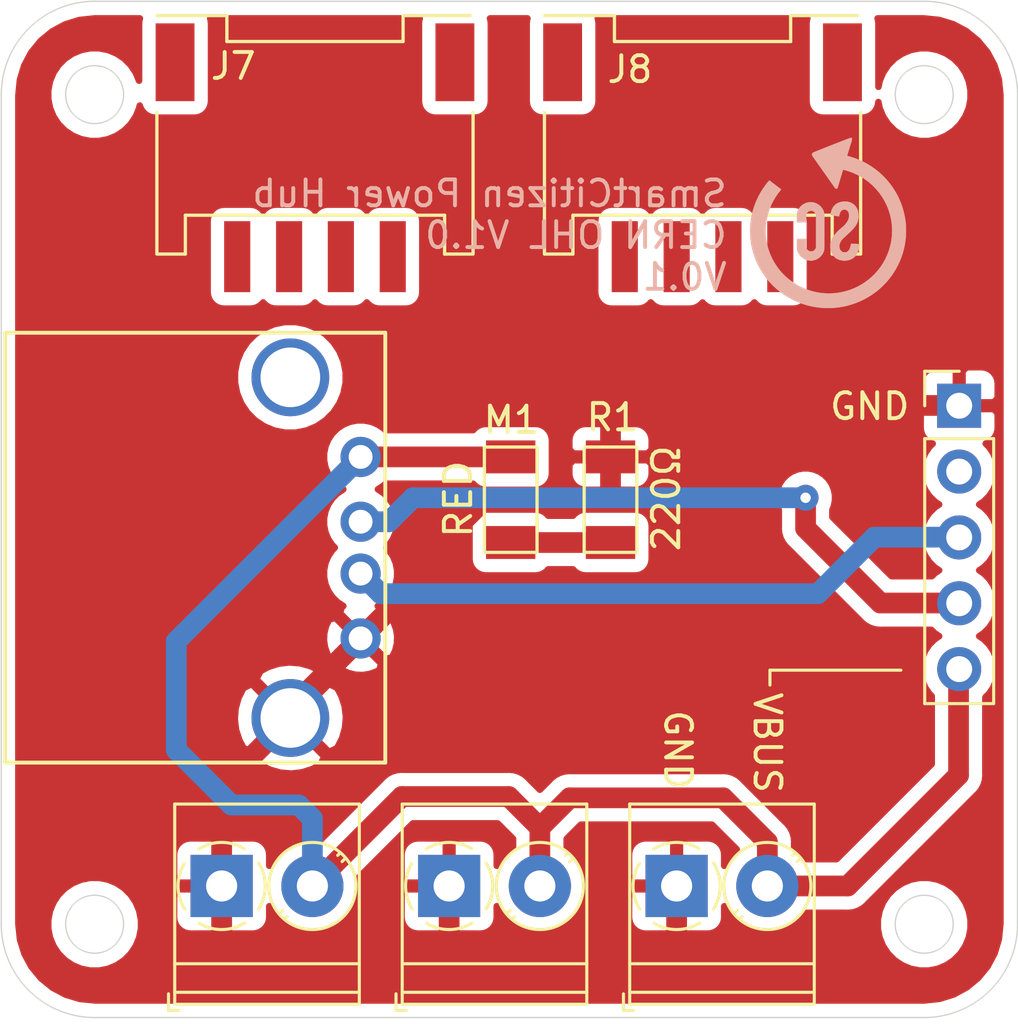
<source format=kicad_pcb>
(kicad_pcb (version 20171130) (host pcbnew "(5.1.5-0-10_14)")

  (general
    (thickness 1.6)
    (drawings 18)
    (tracks 53)
    (zones 0)
    (modules 10)
    (nets 6)
  )

  (page A4)
  (layers
    (0 F.Cu signal)
    (31 B.Cu signal)
    (32 B.Adhes user)
    (33 F.Adhes user)
    (34 B.Paste user)
    (35 F.Paste user)
    (36 B.SilkS user)
    (37 F.SilkS user)
    (38 B.Mask user)
    (39 F.Mask user)
    (40 Dwgs.User user)
    (41 Cmts.User user)
    (42 Eco1.User user)
    (43 Eco2.User user)
    (44 Edge.Cuts user)
    (45 Margin user)
    (46 B.CrtYd user)
    (47 F.CrtYd user)
    (48 B.Fab user)
    (49 F.Fab user)
  )

  (setup
    (last_trace_width 0.25)
    (user_trace_width 0.8)
    (trace_clearance 0.2)
    (zone_clearance 0.508)
    (zone_45_only no)
    (trace_min 0.2)
    (via_size 0.8)
    (via_drill 0.4)
    (via_min_size 0.4)
    (via_min_drill 0.3)
    (uvia_size 0.3)
    (uvia_drill 0.1)
    (uvias_allowed no)
    (uvia_min_size 0.2)
    (uvia_min_drill 0.1)
    (edge_width 0.05)
    (segment_width 0.2)
    (pcb_text_width 0.3)
    (pcb_text_size 1.5 1.5)
    (mod_edge_width 0.12)
    (mod_text_size 1 1)
    (mod_text_width 0.15)
    (pad_size 1.524 1.524)
    (pad_drill 0.762)
    (pad_to_mask_clearance 0.051)
    (solder_mask_min_width 0.25)
    (aux_axis_origin 0 0)
    (visible_elements FFFFFF7F)
    (pcbplotparams
      (layerselection 0x010fc_ffffffff)
      (usegerberextensions false)
      (usegerberattributes false)
      (usegerberadvancedattributes false)
      (creategerberjobfile false)
      (excludeedgelayer false)
      (linewidth 0.150000)
      (plotframeref false)
      (viasonmask false)
      (mode 1)
      (useauxorigin false)
      (hpglpennumber 1)
      (hpglpenspeed 20)
      (hpglpendiameter 15.000000)
      (psnegative false)
      (psa4output false)
      (plotreference true)
      (plotvalue true)
      (plotinvisibletext false)
      (padsonsilk false)
      (subtractmaskfromsilk false)
      (outputformat 1)
      (mirror false)
      (drillshape 0)
      (scaleselection 1)
      (outputdirectory "exports/"))
  )

  (net 0 "")
  (net 1 GND)
  (net 2 D+)
  (net 3 D-)
  (net 4 VBUS)
  (net 5 "Net-(M1-Pad2)")

  (net_class Default "This is the default net class."
    (clearance 0.2)
    (trace_width 0.25)
    (via_dia 0.8)
    (via_drill 0.4)
    (uvia_dia 0.3)
    (uvia_drill 0.1)
    (add_net D+)
    (add_net D-)
    (add_net GND)
    (add_net "Net-(M1-Pad2)")
    (add_net VBUS)
  )

  (module LOGO:Logo_5000 (layer B.Cu) (tedit 0) (tstamp 5F637EE6)
    (at 220.825 82.775 180)
    (fp_text reference G*** (at 0 0) (layer B.SilkS) hide
      (effects (font (size 1.524 1.524) (thickness 0.3)) (justify mirror))
    )
    (fp_text value LOGO (at 0.75 0) (layer B.SilkS) hide
      (effects (font (size 1.524 1.524) (thickness 0.3)) (justify mirror))
    )
    (fp_poly (pts (xy 0.527669 0.773423) (xy 0.562492 0.771923) (xy 0.593173 0.769315) (xy 0.61687 0.765628)
      (xy 0.617394 0.765512) (xy 0.689322 0.744467) (xy 0.75614 0.714822) (xy 0.81736 0.676958)
      (xy 0.872497 0.631254) (xy 0.921063 0.57809) (xy 0.962572 0.517847) (xy 0.983099 0.48006)
      (xy 0.99544 0.454587) (xy 1.005566 0.431887) (xy 1.013709 0.410561) (xy 1.020104 0.389207)
      (xy 1.024984 0.366424) (xy 1.028583 0.340811) (xy 1.031136 0.310966) (xy 1.032875 0.275489)
      (xy 1.034034 0.232978) (xy 1.034848 0.182032) (xy 1.035011 0.16891) (xy 1.037049 0)
      (xy 0.68072 0) (xy 0.68072 0.14713) (xy 0.680675 0.190143) (xy 0.68049 0.224315)
      (xy 0.680085 0.250963) (xy 0.679379 0.271407) (xy 0.678293 0.286964) (xy 0.676748 0.298953)
      (xy 0.674664 0.308692) (xy 0.671961 0.317499) (xy 0.670129 0.322566) (xy 0.654523 0.352398)
      (xy 0.631294 0.381434) (xy 0.602832 0.407164) (xy 0.571528 0.427074) (xy 0.569872 0.427901)
      (xy 0.552235 0.436084) (xy 0.537672 0.441039) (xy 0.522383 0.443557) (xy 0.502568 0.444432)
      (xy 0.490326 0.4445) (xy 0.466238 0.44405) (xy 0.448439 0.442214) (xy 0.433081 0.438262)
      (xy 0.416314 0.431466) (xy 0.412635 0.429785) (xy 0.382626 0.411606) (xy 0.353892 0.386435)
      (xy 0.329172 0.357138) (xy 0.31121 0.326576) (xy 0.309102 0.321651) (xy 0.29718 0.2921)
      (xy 0.29718 -0.978114) (xy 0.313779 -1.011833) (xy 0.33574 -1.047025) (xy 0.363654 -1.076873)
      (xy 0.395666 -1.099694) (xy 0.424818 -1.112347) (xy 0.469483 -1.121146) (xy 0.513647 -1.120314)
      (xy 0.555998 -1.110224) (xy 0.595221 -1.091249) (xy 0.630003 -1.06376) (xy 0.642124 -1.050761)
      (xy 0.651877 -1.038944) (xy 0.659835 -1.027747) (xy 0.66618 -1.016011) (xy 0.671093 -1.002577)
      (xy 0.674758 -0.986288) (xy 0.677356 -0.965984) (xy 0.679068 -0.940507) (xy 0.680078 -0.908699)
      (xy 0.680565 -0.8694) (xy 0.680714 -0.821452) (xy 0.68072 -0.804989) (xy 0.68072 -0.635)
      (xy 1.03632 -0.635) (xy 1.03632 -0.817214) (xy 1.036192 -0.873153) (xy 1.035734 -0.920196)
      (xy 1.034833 -0.959605) (xy 1.033376 -0.992641) (xy 1.031251 -1.020566) (xy 1.028345 -1.044642)
      (xy 1.024546 -1.06613) (xy 1.01974 -1.086292) (xy 1.013814 -1.106391) (xy 1.009268 -1.12014)
      (xy 0.982943 -1.182043) (xy 0.947774 -1.240875) (xy 0.904889 -1.295505) (xy 0.855419 -1.344804)
      (xy 0.800491 -1.387644) (xy 0.741233 -1.422896) (xy 0.68072 -1.44876) (xy 0.63539 -1.461396)
      (xy 0.583992 -1.470522) (xy 0.530113 -1.475795) (xy 0.477336 -1.476872) (xy 0.429249 -1.473411)
      (xy 0.426492 -1.473038) (xy 0.356182 -1.458155) (xy 0.288903 -1.433702) (xy 0.225167 -1.399951)
      (xy 0.165484 -1.357174) (xy 0.110364 -1.305644) (xy 0.108216 -1.303355) (xy 0.067794 -1.254942)
      (xy 0.035233 -1.204047) (xy 0.009299 -1.148417) (xy -0.01124 -1.085802) (xy -0.011572 -1.08458)
      (xy -0.013157 -1.078641) (xy -0.014584 -1.072762) (xy -0.015862 -1.066401) (xy -0.017001 -1.059012)
      (xy -0.018011 -1.050052) (xy -0.018901 -1.038977) (xy -0.019682 -1.025243) (xy -0.020362 -1.008306)
      (xy -0.020952 -0.987622) (xy -0.021462 -0.962649) (xy -0.0219 -0.93284) (xy -0.022278 -0.897654)
      (xy -0.022604 -0.856545) (xy -0.022888 -0.80897) (xy -0.023141 -0.754385) (xy -0.023371 -0.692247)
      (xy -0.023589 -0.622011) (xy -0.023804 -0.543133) (xy -0.024026 -0.45507) (xy -0.024214 -0.37846)
      (xy -0.024446 -0.268053) (xy -0.02458 -0.167615) (xy -0.024614 -0.076955) (xy -0.024547 0.004117)
      (xy -0.024378 0.075792) (xy -0.024106 0.13826) (xy -0.02373 0.191713) (xy -0.02325 0.236341)
      (xy -0.022663 0.272334) (xy -0.021969 0.299883) (xy -0.021167 0.319179) (xy -0.020283 0.3302)
      (xy -0.006724 0.396802) (xy 0.016042 0.460358) (xy 0.047338 0.520169) (xy 0.086485 0.575537)
      (xy 0.132804 0.62576) (xy 0.185619 0.670141) (xy 0.244249 0.707978) (xy 0.308019 0.738573)
      (xy 0.376248 0.761225) (xy 0.40386 0.767743) (xy 0.4268 0.770974) (xy 0.456979 0.772978)
      (xy 0.491549 0.773784) (xy 0.527669 0.773423)) (layer B.SilkS) (width 0.01))
    (fp_poly (pts (xy -0.738043 0.798215) (xy -0.669289 0.787007) (xy -0.603769 0.768715) (xy -0.567807 0.754792)
      (xy -0.529241 0.736878) (xy -0.497252 0.718803) (xy -0.468471 0.698322) (xy -0.439532 0.67319)
      (xy -0.426207 0.6604) (xy -0.380123 0.609356) (xy -0.342834 0.554864) (xy -0.313359 0.495275)
      (xy -0.292645 0.435729) (xy -0.287215 0.415187) (xy -0.281662 0.391118) (xy -0.276354 0.365557)
      (xy -0.271662 0.340541) (xy -0.267955 0.318105) (xy -0.265601 0.300284) (xy -0.264971 0.289115)
      (xy -0.265562 0.286466) (xy -0.271075 0.284891) (xy -0.285126 0.281853) (xy -0.306239 0.27762)
      (xy -0.33294 0.272462) (xy -0.363755 0.266646) (xy -0.397208 0.260442) (xy -0.431827 0.254119)
      (xy -0.466135 0.247944) (xy -0.49866 0.242187) (xy -0.527926 0.237117) (xy -0.552459 0.233002)
      (xy -0.570785 0.230111) (xy -0.581428 0.228713) (xy -0.58293 0.228625) (xy -0.591884 0.231207)
      (xy -0.59436 0.240626) (xy -0.59436 0.240649) (xy -0.596217 0.257254) (xy -0.601227 0.280403)
      (xy -0.608553 0.307295) (xy -0.617357 0.335131) (xy -0.6268 0.361112) (xy -0.636045 0.382437)
      (xy -0.637904 0.386101) (xy -0.663056 0.425419) (xy -0.692313 0.455443) (xy -0.725685 0.476179)
      (xy -0.763181 0.487633) (xy -0.804812 0.48981) (xy -0.828654 0.487188) (xy -0.861538 0.479284)
      (xy -0.888234 0.466327) (xy -0.912182 0.446518) (xy -0.918078 0.440354) (xy -0.941251 0.410544)
      (xy -0.958201 0.377465) (xy -0.969417 0.339563) (xy -0.975386 0.295288) (xy -0.976712 0.254)
      (xy -0.973314 0.199411) (xy -0.963074 0.147389) (xy -0.945426 0.096436) (xy -0.919805 0.045056)
      (xy -0.885646 -0.008252) (xy -0.869443 -0.03048) (xy -0.845144 -0.061245) (xy -0.819127 -0.09087)
      (xy -0.789923 -0.120819) (xy -0.756063 -0.152554) (xy -0.716079 -0.187537) (xy -0.68834 -0.21086)
      (xy -0.652393 -0.240992) (xy -0.622421 -0.266823) (xy -0.596362 -0.290267) (xy -0.572156 -0.313242)
      (xy -0.547743 -0.337662) (xy -0.521062 -0.365444) (xy -0.513683 -0.373259) (xy -0.451826 -0.442601)
      (xy -0.399168 -0.509711) (xy -0.355225 -0.575437) (xy -0.319514 -0.640627) (xy -0.291552 -0.706128)
      (xy -0.270856 -0.772789) (xy -0.261288 -0.81598) (xy -0.257088 -0.84855) (xy -0.255052 -0.887985)
      (xy -0.255091 -0.931245) (xy -0.257116 -0.975287) (xy -0.261037 -1.01707) (xy -0.266764 -1.053553)
      (xy -0.268521 -1.06172) (xy -0.287626 -1.12735) (xy -0.313639 -1.189866) (xy -0.345741 -1.248048)
      (xy -0.383111 -1.300674) (xy -0.424932 -1.346526) (xy -0.470385 -1.384383) (xy -0.496428 -1.401233)
      (xy -0.558429 -1.431801) (xy -0.626146 -1.454873) (xy -0.698165 -1.470192) (xy -0.773077 -1.477506)
      (xy -0.849468 -1.476557) (xy -0.890991 -1.472501) (xy -0.964762 -1.458518) (xy -1.032684 -1.436241)
      (xy -1.094818 -1.40564) (xy -1.151228 -1.366686) (xy -1.198349 -1.323204) (xy -1.24697 -1.264668)
      (xy -1.288316 -1.199178) (xy -1.322286 -1.126976) (xy -1.348779 -1.048303) (xy -1.367695 -0.963399)
      (xy -1.376715 -0.897088) (xy -1.378732 -0.87571) (xy -1.380045 -0.858504) (xy -1.3805 -0.847701)
      (xy -1.380261 -0.845166) (xy -1.375084 -0.844498) (xy -1.36126 -0.843272) (xy -1.340279 -0.841595)
      (xy -1.31363 -0.839569) (xy -1.282806 -0.837302) (xy -1.249296 -0.834895) (xy -1.214591 -0.832456)
      (xy -1.180182 -0.830087) (xy -1.147559 -0.827894) (xy -1.118212 -0.825981) (xy -1.093634 -0.824453)
      (xy -1.075313 -0.823414) (xy -1.06474 -0.82297) (xy -1.063875 -0.822961) (xy -1.058947 -0.823946)
      (xy -1.05516 -0.828073) (xy -1.051856 -0.837099) (xy -1.04838 -0.852781) (xy -1.044388 -0.87503)
      (xy -1.035273 -0.918885) (xy -1.02336 -0.962245) (xy -1.00957 -1.002243) (xy -0.994825 -1.036013)
      (xy -0.989302 -1.046373) (xy -0.970886 -1.073178) (xy -0.946938 -1.100104) (xy -0.920488 -1.12413)
      (xy -0.89457 -1.142234) (xy -0.891271 -1.144063) (xy -0.853605 -1.158606) (xy -0.813324 -1.164027)
      (xy -0.772313 -1.160313) (xy -0.732457 -1.147452) (xy -0.727598 -1.145175) (xy -0.704906 -1.131234)
      (xy -0.68069 -1.111633) (xy -0.657812 -1.089114) (xy -0.639135 -1.066419) (xy -0.629977 -1.051669)
      (xy -0.618007 -1.020501) (xy -0.609687 -0.982718) (xy -0.605272 -0.94128) (xy -0.605018 -0.899149)
      (xy -0.609178 -0.859285) (xy -0.612148 -0.844588) (xy -0.62766 -0.796724) (xy -0.651493 -0.74751)
      (xy -0.682449 -0.699149) (xy -0.710044 -0.664276) (xy -0.717661 -0.656299) (xy -0.7319 -0.642209)
      (xy -0.751927 -0.6228) (xy -0.776913 -0.598864) (xy -0.806026 -0.571195) (xy -0.838434 -0.540587)
      (xy -0.873306 -0.507832) (xy -0.906989 -0.476353) (xy -0.944525 -0.441169) (xy -0.981245 -0.406391)
      (xy -1.01617 -0.372971) (xy -1.048317 -0.341865) (xy -1.076706 -0.314024) (xy -1.100356 -0.290405)
      (xy -1.118287 -0.271959) (xy -1.12776 -0.261675) (xy -1.176751 -0.203487) (xy -1.217801 -0.149028)
      (xy -1.2517 -0.096826) (xy -1.279237 -0.045412) (xy -1.3012 0.006685) (xy -1.318379 0.060937)
      (xy -1.331382 0.117873) (xy -1.335397 0.140224) (xy -1.338187 0.16007) (xy -1.339885 0.179875)
      (xy -1.340626 0.202101) (xy -1.340544 0.229212) (xy -1.339773 0.26367) (xy -1.339622 0.269069)
      (xy -1.337476 0.319098) (xy -1.333862 0.361404) (xy -1.328363 0.398372) (xy -1.320561 0.432384)
      (xy -1.310036 0.465825) (xy -1.300766 0.490314) (xy -1.271001 0.552134) (xy -1.23351 0.609131)
      (xy -1.189286 0.660201) (xy -1.139321 0.704243) (xy -1.084605 0.740155) (xy -1.068265 0.748755)
      (xy -1.009939 0.772642) (xy -0.945981 0.789554) (xy -0.878163 0.799467) (xy -0.808259 0.802361)
      (xy -0.738043 0.798215)) (layer B.SilkS) (width 0.01))
    (fp_poly (pts (xy -1.043464 3.260296) (xy -1.042292 3.260179) (xy -1.03467 3.258031) (xy -1.018255 3.252363)
      (xy -0.993684 3.243427) (xy -0.961597 3.231473) (xy -0.922632 3.216754) (xy -0.877427 3.199519)
      (xy -0.826621 3.180021) (xy -0.770852 3.158511) (xy -0.710759 3.13524) (xy -0.64698 3.110459)
      (xy -0.580155 3.084419) (xy -0.51092 3.057372) (xy -0.439915 3.029569) (xy -0.367779 3.001261)
      (xy -0.295149 2.9727) (xy -0.222665 2.944136) (xy -0.150965 2.915822) (xy -0.080686 2.888007)
      (xy -0.012469 2.860944) (xy 0.053049 2.834884) (xy 0.115229 2.810077) (xy 0.173433 2.786776)
      (xy 0.227023 2.765231) (xy 0.275359 2.745694) (xy 0.317803 2.728416) (xy 0.353716 2.713647)
      (xy 0.382461 2.701641) (xy 0.403399 2.692647) (xy 0.415891 2.686917) (xy 0.419094 2.685129)
      (xy 0.436992 2.665485) (xy 0.448292 2.640472) (xy 0.452418 2.612905) (xy 0.448792 2.585598)
      (xy 0.4426 2.570405) (xy 0.438534 2.564129) (xy 0.429002 2.550142) (xy 0.414401 2.529008)
      (xy 0.395131 2.501293) (xy 0.371591 2.467562) (xy 0.34418 2.42838) (xy 0.313295 2.384312)
      (xy 0.279337 2.335924) (xy 0.242704 2.283781) (xy 0.203794 2.228448) (xy 0.163007 2.17049)
      (xy 0.12074 2.110472) (xy 0.077394 2.048959) (xy 0.033367 1.986517) (xy -0.010943 1.923711)
      (xy -0.055136 1.861107) (xy -0.098815 1.799268) (xy -0.141579 1.738761) (xy -0.183031 1.68015)
      (xy -0.222772 1.624002) (xy -0.260402 1.57088) (xy -0.295523 1.52135) (xy -0.327736 1.475978)
      (xy -0.356643 1.435329) (xy -0.381844 1.399967) (xy -0.402941 1.370458) (xy -0.419535 1.347368)
      (xy -0.431227 1.33126) (xy -0.437619 1.322702) (xy -0.438536 1.321588) (xy -0.456939 1.306435)
      (xy -0.477196 1.297251) (xy -0.489577 1.2954) (xy -0.503488 1.299866) (xy -0.517861 1.311627)
      (xy -0.530293 1.328234) (xy -0.537516 1.344265) (xy -0.540022 1.352406) (xy -0.545205 1.36942)
      (xy -0.552807 1.394451) (xy -0.562569 1.426647) (xy -0.574232 1.465151) (xy -0.587538 1.50911)
      (xy -0.602228 1.557671) (xy -0.618043 1.609977) (xy -0.634724 1.665176) (xy -0.643486 1.69418)
      (xy -0.660355 1.74996) (xy -0.676386 1.802848) (xy -0.691336 1.852046) (xy -0.704961 1.896756)
      (xy -0.717015 1.93618) (xy -0.727255 1.969518) (xy -0.735437 1.995975) (xy -0.741315 2.01475)
      (xy -0.744646 2.025046) (xy -0.74531 2.026813) (xy -0.751258 2.026903) (xy -0.765496 2.0243)
      (xy -0.786627 2.019382) (xy -0.813259 2.012531) (xy -0.843996 2.004128) (xy -0.877443 1.994553)
      (xy -0.912206 1.984187) (xy -0.94689 1.97341) (xy -0.9779 1.963337) (xy -1.126235 1.908794)
      (xy -1.269201 1.845654) (xy -1.407087 1.773762) (xy -1.540178 1.692962) (xy -1.668763 1.603096)
      (xy -1.734659 1.552158) (xy -1.852291 1.451687) (xy -1.962946 1.344063) (xy -2.06632 1.229759)
      (xy -2.162107 1.109247) (xy -2.250004 0.982998) (xy -2.329705 0.851485) (xy -2.400906 0.715179)
      (xy -2.463303 0.574553) (xy -2.516589 0.430078) (xy -2.560462 0.282226) (xy -2.564465 0.2667)
      (xy -2.598174 0.113772) (xy -2.621792 -0.039886) (xy -2.635336 -0.193958) (xy -2.63882 -0.348126)
      (xy -2.63226 -0.502072) (xy -2.615672 -0.65548) (xy -2.589071 -0.808033) (xy -2.552473 -0.959414)
      (xy -2.505893 -1.109304) (xy -2.495796 -1.13792) (xy -2.438557 -1.282315) (xy -2.372697 -1.421654)
      (xy -2.298564 -1.555657) (xy -2.216506 -1.68404) (xy -2.126872 -1.806521) (xy -2.030009 -1.922819)
      (xy -1.926266 -2.032652) (xy -1.815991 -2.135736) (xy -1.699531 -2.231791) (xy -1.577236 -2.320534)
      (xy -1.449453 -2.401683) (xy -1.31653 -2.474955) (xy -1.178815 -2.54007) (xy -1.036657 -2.596744)
      (xy -0.890403 -2.644696) (xy -0.740402 -2.683643) (xy -0.587002 -2.713304) (xy -0.54356 -2.719896)
      (xy -0.403659 -2.735516) (xy -0.260651 -2.74312) (xy -0.117097 -2.742686) (xy 0.024443 -2.734196)
      (xy 0.10922 -2.724985) (xy 0.263491 -2.700112) (xy 0.416114 -2.665375) (xy 0.566421 -2.621018)
      (xy 0.713746 -2.56729) (xy 0.857424 -2.504436) (xy 0.996789 -2.432705) (xy 1.131174 -2.352342)
      (xy 1.152753 -2.338315) (xy 1.275675 -2.251818) (xy 1.393516 -2.157517) (xy 1.505308 -2.056315)
      (xy 1.610082 -1.949118) (xy 1.706869 -1.836831) (xy 1.753327 -1.777254) (xy 1.843629 -1.649076)
      (xy 1.925056 -1.516502) (xy 1.997493 -1.379959) (xy 2.060823 -1.239877) (xy 2.11493 -1.096683)
      (xy 2.1597 -0.950804) (xy 2.195017 -0.802668) (xy 2.220765 -0.652704) (xy 2.236828 -0.501339)
      (xy 2.243091 -0.349002) (xy 2.239438 -0.196119) (xy 2.225753 -0.043119) (xy 2.224551 -0.033471)
      (xy 2.199956 0.120478) (xy 2.165585 0.272185) (xy 2.121657 0.421149) (xy 2.068389 0.566872)
      (xy 2.006 0.708854) (xy 1.934709 0.846597) (xy 1.854734 0.979599) (xy 1.766293 1.107363)
      (xy 1.674772 1.223265) (xy 1.660073 1.241592) (xy 1.649507 1.256488) (xy 1.64407 1.266453)
      (xy 1.643888 1.269729) (xy 1.651795 1.276436) (xy 1.666487 1.288174) (xy 1.687075 1.304275)
      (xy 1.712673 1.324068) (xy 1.742392 1.346883) (xy 1.775344 1.37205) (xy 1.810643 1.3989)
      (xy 1.8474 1.426761) (xy 1.884728 1.454965) (xy 1.921738 1.482841) (xy 1.957543 1.509719)
      (xy 1.991256 1.53493) (xy 2.021989 1.557803) (xy 2.048854 1.577668) (xy 2.070963 1.593856)
      (xy 2.087428 1.605697) (xy 2.097363 1.612519) (xy 2.099981 1.613947) (xy 2.106051 1.609043)
      (xy 2.117335 1.597183) (xy 2.132896 1.579496) (xy 2.151794 1.557113) (xy 2.173092 1.531162)
      (xy 2.195851 1.502773) (xy 2.219132 1.473075) (xy 2.241997 1.443197) (xy 2.243371 1.441376)
      (xy 2.343576 1.300094) (xy 2.435173 1.153664) (xy 2.517982 1.00252) (xy 2.59182 0.847095)
      (xy 2.656507 0.687823) (xy 2.711861 0.525138) (xy 2.757701 0.359473) (xy 2.793844 0.191261)
      (xy 2.811681 0.083313) (xy 2.822257 0.004411) (xy 2.830251 -0.070941) (xy 2.835877 -0.145844)
      (xy 2.83935 -0.223399) (xy 2.840884 -0.306707) (xy 2.841004 -0.34036) (xy 2.837251 -0.498393)
      (xy 2.8258 -0.651238) (xy 2.806365 -0.800659) (xy 2.778659 -0.948416) (xy 2.742396 -1.096274)
      (xy 2.697288 -1.245995) (xy 2.690165 -1.26746) (xy 2.630049 -1.430905) (xy 2.561124 -1.589503)
      (xy 2.483653 -1.742974) (xy 2.397899 -1.891042) (xy 2.304127 -2.033429) (xy 2.2026 -2.169856)
      (xy 2.093582 -2.300047) (xy 1.977338 -2.423724) (xy 1.85413 -2.540609) (xy 1.724223 -2.650424)
      (xy 1.587881 -2.752892) (xy 1.445367 -2.847735) (xy 1.296946 -2.934675) (xy 1.142881 -3.013435)
      (xy 0.983436 -3.083736) (xy 0.9525 -3.096137) (xy 0.791613 -3.154625) (xy 0.629556 -3.203501)
      (xy 0.465363 -3.24299) (xy 0.298066 -3.273314) (xy 0.126699 -3.294697) (xy 0.07366 -3.299459)
      (xy 0.047884 -3.301118) (xy 0.014476 -3.302584) (xy -0.024867 -3.303839) (xy -0.068444 -3.304866)
      (xy -0.114556 -3.30565) (xy -0.161503 -3.306173) (xy -0.207587 -3.306419) (xy -0.251107 -3.306371)
      (xy -0.290364 -3.306013) (xy -0.323658 -3.305327) (xy -0.349291 -3.304297) (xy -0.35814 -3.303695)
      (xy -0.453635 -3.295037) (xy -0.541103 -3.285384) (xy -0.622658 -3.2744) (xy -0.700413 -3.261749)
      (xy -0.776479 -3.247098) (xy -0.852971 -3.23011) (xy -0.90932 -3.216287) (xy -1.079763 -3.167791)
      (xy -1.246203 -3.109981) (xy -1.408426 -3.042967) (xy -1.566218 -2.966859) (xy -1.719362 -2.881768)
      (xy -1.867643 -2.787804) (xy -2.010847 -2.685078) (xy -2.12852 -2.590868) (xy -2.159006 -2.564291)
      (xy -2.194485 -2.531796) (xy -2.2335 -2.494843) (xy -2.274592 -2.454894) (xy -2.316304 -2.413407)
      (xy -2.357176 -2.371845) (xy -2.395752 -2.331669) (xy -2.430572 -2.294338) (xy -2.460179 -2.261314)
      (xy -2.475962 -2.24282) (xy -2.586305 -2.102332) (xy -2.687392 -1.957742) (xy -2.779176 -1.809168)
      (xy -2.861609 -1.656728) (xy -2.934643 -1.50054) (xy -2.998231 -1.34072) (xy -3.052325 -1.177387)
      (xy -3.096877 -1.010659) (xy -3.131839 -0.840653) (xy -3.157165 -0.667487) (xy -3.170238 -0.529754)
      (xy -3.172114 -0.49531) (xy -3.173394 -0.45314) (xy -3.174104 -0.405053) (xy -3.174272 -0.35286)
      (xy -3.173924 -0.298374) (xy -3.173086 -0.243404) (xy -3.171785 -0.189761) (xy -3.170048 -0.139256)
      (xy -3.167902 -0.093701) (xy -3.165372 -0.054905) (xy -3.162866 -0.02794) (xy -3.142871 0.121637)
      (xy -3.117361 0.264411) (xy -3.08586 0.402403) (xy -3.047893 0.537632) (xy -3.002986 0.672118)
      (xy -2.989573 0.70866) (xy -2.923973 0.869838) (xy -2.849801 1.025766) (xy -2.767332 1.176195)
      (xy -2.676838 1.320875) (xy -2.578591 1.459558) (xy -2.472866 1.591993) (xy -2.359934 1.717933)
      (xy -2.240069 1.837127) (xy -2.113545 1.949327) (xy -1.980633 2.054283) (xy -1.841607 2.151746)
      (xy -1.696741 2.241466) (xy -1.546306 2.323195) (xy -1.390576 2.396683) (xy -1.229825 2.461682)
      (xy -1.064324 2.517941) (xy -0.980812 2.542455) (xy -0.954262 2.550111) (xy -0.931599 2.557147)
      (xy -0.914442 2.56302) (xy -0.904405 2.567187) (xy -0.902469 2.568753) (xy -0.904059 2.574233)
      (xy -0.908382 2.58859) (xy -0.915185 2.610994) (xy -0.924214 2.640613) (xy -0.935214 2.676613)
      (xy -0.947931 2.718163) (xy -0.962111 2.76443) (xy -0.977499 2.814584) (xy -0.993841 2.86779)
      (xy -0.997719 2.88041) (xy -1.018045 2.946625) (xy -1.035514 3.003851) (xy -1.050283 3.052801)
      (xy -1.062511 3.094188) (xy -1.072353 3.128726) (xy -1.079967 3.157128) (xy -1.085511 3.180108)
      (xy -1.089142 3.198378) (xy -1.091018 3.212653) (xy -1.091295 3.223645) (xy -1.090131 3.232068)
      (xy -1.087683 3.238635) (xy -1.084109 3.244059) (xy -1.079566 3.249054) (xy -1.079122 3.249501)
      (xy -1.069296 3.25764) (xy -1.058925 3.260799) (xy -1.043464 3.260296)) (layer B.SilkS) (width 0.01))
  )

  (module fab:fab-R1206FAB (layer F.Cu) (tedit 5EC2572E) (tstamp 5F638FEC)
    (at 212.6 93.475 90)
    (path /5F644EF0)
    (attr smd)
    (fp_text reference R1 (at 3.175 0.075 180) (layer F.SilkS)
      (effects (font (size 1.016 1.016) (thickness 0.1524)))
    )
    (fp_text value 220Ω (at 0.05 2.15 90) (layer F.SilkS)
      (effects (font (size 1.016 1.016) (thickness 0.1524)))
    )
    (fp_line (start -2.032 1.016) (end -2.032 -1.016) (layer F.SilkS) (width 0.127))
    (fp_line (start 2.032 1.016) (end -2.032 1.016) (layer F.SilkS) (width 0.127))
    (fp_line (start 2.032 -1.016) (end 2.032 1.016) (layer F.SilkS) (width 0.127))
    (fp_line (start -2.032 -1.016) (end 2.032 -1.016) (layer F.SilkS) (width 0.127))
    (pad 2 smd rect (at 1.651 0 90) (size 1.27 1.905) (layers F.Cu F.Paste F.Mask)
      (net 1 GND))
    (pad 1 smd rect (at -1.651 0 90) (size 1.27 1.905) (layers F.Cu F.Paste F.Mask)
      (net 5 "Net-(M1-Pad2)"))
  )

  (module fab:fab-LED1206FAB (layer F.Cu) (tedit 5EC25A61) (tstamp 5F638FE2)
    (at 208.75 93.475 270)
    (descr "LED1206 FAB STYLE (SMALLER PADS TO ALLOW TRACE BETWEEN)")
    (tags "LED1206 FAB STYLE (SMALLER PADS TO ALLOW TRACE BETWEEN)")
    (path /5F643C23)
    (attr smd)
    (fp_text reference M1 (at -3.075 -0.025 180) (layer F.SilkS)
      (effects (font (size 1.016 1.016) (thickness 0.1524)))
    )
    (fp_text value RED (at -0.025 2.025 90) (layer F.SilkS)
      (effects (font (size 1.016 1.016) (thickness 0.1524)))
    )
    (fp_line (start -2.032 1.016) (end -2.032 -1.016) (layer F.SilkS) (width 0.127))
    (fp_line (start 2.032 1.016) (end -2.032 1.016) (layer F.SilkS) (width 0.127))
    (fp_line (start 2.032 -1.016) (end 2.032 1.016) (layer F.SilkS) (width 0.127))
    (fp_line (start -2.032 -1.016) (end 2.032 -1.016) (layer F.SilkS) (width 0.127))
    (pad 2 smd rect (at 1.651 0 270) (size 1.27 1.905) (layers F.Cu F.Paste F.Mask)
      (net 5 "Net-(M1-Pad2)"))
    (pad 1 smd rect (at -1.651 0 270) (size 1.27 1.905) (layers F.Cu F.Paste F.Mask)
      (net 4 VBUS))
  )

  (module OPL_Connector:HW4-SMD-2.0-90D (layer F.Cu) (tedit 5BD4BCC4) (tstamp 5F639460)
    (at 216.15 79.3)
    (path /5F643141)
    (attr smd)
    (fp_text reference J8 (at -2.8 -2.425) (layer F.SilkS)
      (effects (font (size 1 1) (thickness 0.15)))
    )
    (fp_text value GROVE-CONNECTOR-DIP-90D_4P-2.0_ (at 0 7.9) (layer F.Fab) hide
      (effects (font (size 1 1) (thickness 0.15)))
    )
    (fp_line (start -6.4 -4.8) (end 6.4 -4.8) (layer F.CrtYd) (width 0.05))
    (fp_line (start -6.4 6.425) (end -6.4 -4.8) (layer F.CrtYd) (width 0.05))
    (fp_line (start 6.4 6.425) (end -6.4 6.425) (layer F.CrtYd) (width 0.05))
    (fp_line (start 6.4 -4.8) (end 6.4 6.425) (layer F.CrtYd) (width 0.05))
    (fp_line (start -5 3.20204) (end 5 3.20204) (layer F.SilkS) (width 0.127))
    (fp_line (start -5 3.20204) (end -5 4.7) (layer F.SilkS) (width 0.127))
    (fp_line (start 5 3.20204) (end 5 4.7) (layer F.SilkS) (width 0.127))
    (fp_line (start 6.0545 4.7) (end 5 4.7) (layer F.SilkS) (width 0.127))
    (fp_line (start -6 4.55) (end -6 -4.55) (layer F.Fab) (width 0.1))
    (fp_line (start -6 -4.55) (end -3.39852 -4.55) (layer F.Fab) (width 0.1))
    (fp_line (start 3.39852 -4.55) (end 6 -4.55) (layer F.Fab) (width 0.1))
    (fp_line (start -6.09854 -0.7629) (end -6.09854 4.70064) (layer F.SilkS) (width 0.127))
    (fp_line (start -6 4.55) (end -5 4.55) (layer F.Fab) (width 0.1))
    (fp_line (start -5 4.55) (end -5 3.20204) (layer F.Fab) (width 0.1))
    (fp_line (start -5 3.20204) (end 5 3.20204) (layer F.Fab) (width 0.1))
    (fp_line (start 4.99872 3.20204) (end 4.99872 4.55) (layer F.Fab) (width 0.1))
    (fp_line (start 4.99872 4.55) (end 6 4.55) (layer F.Fab) (width 0.1))
    (fp_line (start -6.05282 4.7) (end -5 4.7) (layer F.SilkS) (width 0.127))
    (fp_line (start 6 4.55) (end 6 -4.55) (layer F.Fab) (width 0.1))
    (fp_line (start 6.09854 -0.7629) (end 6.09854 4.7) (layer F.SilkS) (width 0.127))
    (fp_line (start -3.39852 -4.55) (end -3.39852 -3.49848) (layer F.Fab) (width 0.1))
    (fp_line (start -3.39852 -3.49848) (end 3.39852 -3.49848) (layer F.Fab) (width 0.1))
    (fp_line (start 3.39852 -3.49848) (end 3.39852 -4.49924) (layer F.SilkS) (width 0.127))
    (fp_line (start -6.09854 -4.49924) (end -3.39852 -4.49924) (layer F.SilkS) (width 0.127))
    (fp_line (start -3.39852 -4.49924) (end -3.39852 -3.49848) (layer F.SilkS) (width 0.127))
    (fp_line (start -3.39852 -3.49848) (end 3.39852 -3.49848) (layer F.SilkS) (width 0.127))
    (fp_line (start 3.39852 -3.49848) (end 3.39852 -4.55) (layer F.Fab) (width 0.1))
    (fp_line (start 3.39852 -4.49924) (end 5.99948 -4.49924) (layer F.SilkS) (width 0.127))
    (fp_text user %R (at 0.025 0.02564) (layer F.Fab)
      (effects (font (size 1 1) (thickness 0.15)))
    )
    (pad 1 smd rect (at -2.99974 4.7997 90) (size 2.73812 1.00838) (layers F.Cu F.Paste F.Mask))
    (pad 2 smd rect (at -0.99822 4.7997 90) (size 2.73812 1.00838) (layers F.Cu F.Paste F.Mask))
    (pad 3 smd rect (at 0.99822 4.7997 90) (size 2.73812 1.00838) (layers F.Cu F.Paste F.Mask))
    (pad 4 smd rect (at 2.99974 4.7997 90) (size 2.73812 1.00838) (layers F.Cu F.Paste F.Mask))
    (pad 5 smd rect (at -5.3975 -2.69838 90) (size 2.99974 1.5) (layers F.Cu F.Paste F.Mask))
    (pad 6 smd rect (at 5.3975 -2.69838 90) (size 2.99974 1.5) (layers F.Cu F.Paste F.Mask))
  )

  (module OPL_Connector:HW4-SMD-2.0-90D (layer F.Cu) (tedit 5BD4BCC4) (tstamp 5F638FB1)
    (at 201.2 79.3)
    (path /5F6426E2)
    (attr smd)
    (fp_text reference J7 (at -3.15 -2.55) (layer F.SilkS)
      (effects (font (size 1 1) (thickness 0.15)))
    )
    (fp_text value GROVE-CONNECTOR-DIP-90D_4P-2.0_ (at 0 7.9) (layer F.Fab) hide
      (effects (font (size 1 1) (thickness 0.15)))
    )
    (fp_line (start -6.4 -4.8) (end 6.4 -4.8) (layer F.CrtYd) (width 0.05))
    (fp_line (start -6.4 6.425) (end -6.4 -4.8) (layer F.CrtYd) (width 0.05))
    (fp_line (start 6.4 6.425) (end -6.4 6.425) (layer F.CrtYd) (width 0.05))
    (fp_line (start 6.4 -4.8) (end 6.4 6.425) (layer F.CrtYd) (width 0.05))
    (fp_line (start -5 3.20204) (end 5 3.20204) (layer F.SilkS) (width 0.127))
    (fp_line (start -5 3.20204) (end -5 4.7) (layer F.SilkS) (width 0.127))
    (fp_line (start 5 3.20204) (end 5 4.7) (layer F.SilkS) (width 0.127))
    (fp_line (start 6.0545 4.7) (end 5 4.7) (layer F.SilkS) (width 0.127))
    (fp_line (start -6 4.55) (end -6 -4.55) (layer F.Fab) (width 0.1))
    (fp_line (start -6 -4.55) (end -3.39852 -4.55) (layer F.Fab) (width 0.1))
    (fp_line (start 3.39852 -4.55) (end 6 -4.55) (layer F.Fab) (width 0.1))
    (fp_line (start -6.09854 -0.7629) (end -6.09854 4.70064) (layer F.SilkS) (width 0.127))
    (fp_line (start -6 4.55) (end -5 4.55) (layer F.Fab) (width 0.1))
    (fp_line (start -5 4.55) (end -5 3.20204) (layer F.Fab) (width 0.1))
    (fp_line (start -5 3.20204) (end 5 3.20204) (layer F.Fab) (width 0.1))
    (fp_line (start 4.99872 3.20204) (end 4.99872 4.55) (layer F.Fab) (width 0.1))
    (fp_line (start 4.99872 4.55) (end 6 4.55) (layer F.Fab) (width 0.1))
    (fp_line (start -6.05282 4.7) (end -5 4.7) (layer F.SilkS) (width 0.127))
    (fp_line (start 6 4.55) (end 6 -4.55) (layer F.Fab) (width 0.1))
    (fp_line (start 6.09854 -0.7629) (end 6.09854 4.7) (layer F.SilkS) (width 0.127))
    (fp_line (start -3.39852 -4.55) (end -3.39852 -3.49848) (layer F.Fab) (width 0.1))
    (fp_line (start -3.39852 -3.49848) (end 3.39852 -3.49848) (layer F.Fab) (width 0.1))
    (fp_line (start 3.39852 -3.49848) (end 3.39852 -4.49924) (layer F.SilkS) (width 0.127))
    (fp_line (start -6.09854 -4.49924) (end -3.39852 -4.49924) (layer F.SilkS) (width 0.127))
    (fp_line (start -3.39852 -4.49924) (end -3.39852 -3.49848) (layer F.SilkS) (width 0.127))
    (fp_line (start -3.39852 -3.49848) (end 3.39852 -3.49848) (layer F.SilkS) (width 0.127))
    (fp_line (start 3.39852 -3.49848) (end 3.39852 -4.55) (layer F.Fab) (width 0.1))
    (fp_line (start 3.39852 -4.49924) (end 5.99948 -4.49924) (layer F.SilkS) (width 0.127))
    (fp_text user %R (at 0.025 0.02564) (layer F.Fab)
      (effects (font (size 1 1) (thickness 0.15)))
    )
    (pad 1 smd rect (at -2.99974 4.7997 90) (size 2.73812 1.00838) (layers F.Cu F.Paste F.Mask))
    (pad 2 smd rect (at -0.99822 4.7997 90) (size 2.73812 1.00838) (layers F.Cu F.Paste F.Mask))
    (pad 3 smd rect (at 0.99822 4.7997 90) (size 2.73812 1.00838) (layers F.Cu F.Paste F.Mask))
    (pad 4 smd rect (at 2.99974 4.7997 90) (size 2.73812 1.00838) (layers F.Cu F.Paste F.Mask))
    (pad 5 smd rect (at -5.3975 -2.69838 90) (size 2.99974 1.5) (layers F.Cu F.Paste F.Mask))
    (pad 6 smd rect (at 5.3975 -2.69838 90) (size 2.99974 1.5) (layers F.Cu F.Paste F.Mask))
  )

  (module Connector_USB:USB_A_Amphenol_87520-1110BLF (layer F.Cu) (tedit 5F634A70) (tstamp 5F63B748)
    (at 200.25 95.325 270)
    (path /5F635432)
    (fp_text reference J6 (at 2.88036 1.2366 90) (layer F.SilkS) hide
      (effects (font (size 1 1) (thickness 0.15)))
    )
    (fp_text value USB_A (at 2.88036 0.2366 90) (layer F.Fab) hide
      (effects (font (size 1 1) (thickness 0.15)))
    )
    (fp_line (start -8.29056 -3.66268) (end -8.29056 11) (layer F.SilkS) (width 0.15))
    (fp_line (start -8.29056 11) (end 8.29056 11) (layer F.SilkS) (width 0.15))
    (fp_line (start 8.29056 -3.66268) (end 8.29056 11) (layer F.SilkS) (width 0.15))
    (fp_line (start -8.29056 -3.66268) (end 8.29056 -3.66268) (layer F.SilkS) (width 0.15))
    (pad 6 thru_hole circle (at -6.57 0 270) (size 3 3) (drill 2.3) (layers *.Cu *.Mask))
    (pad 5 thru_hole circle (at 6.57 0 270) (size 3 3) (drill 2.3) (layers *.Cu *.Mask)
      (net 1 GND))
    (pad 4 thru_hole circle (at 3.5 -2.71 270) (size 1.55 1.55) (drill 0.92) (layers *.Cu *.Mask)
      (net 1 GND))
    (pad 3 thru_hole circle (at 1 -2.71 270) (size 1.55 1.55) (drill 0.92) (layers *.Cu *.Mask)
      (net 2 D+))
    (pad 2 thru_hole circle (at -1 -2.71 270) (size 1.55 1.55) (drill 0.92) (layers *.Cu *.Mask)
      (net 3 D-))
    (pad 1 thru_hole circle (at -3.5 -2.71 270) (size 1.55 1.55) (drill 0.92) (layers *.Cu *.Mask)
      (net 4 VBUS))
  )

  (module TerminalBlock_Phoenix:TerminalBlock_Phoenix_PT-1,5-2-3.5-H_1x02_P3.50mm_Horizontal (layer F.Cu) (tedit 5B294F3F) (tstamp 5F638F52)
    (at 215.15 108.375)
    (descr "Terminal Block Phoenix PT-1,5-2-3.5-H, 2 pins, pitch 3.5mm, size 7x7.6mm^2, drill diamater 1.2mm, pad diameter 2.4mm, see , script-generated using https://github.com/pointhi/kicad-footprint-generator/scripts/TerminalBlock_Phoenix")
    (tags "THT Terminal Block Phoenix PT-1,5-2-3.5-H pitch 3.5mm size 7x7.6mm^2 drill 1.2mm pad 2.4mm")
    (path /5F634DFA)
    (fp_text reference J4 (at 1.75 -4.16) (layer F.SilkS) hide
      (effects (font (size 1 1) (thickness 0.15)))
    )
    (fp_text value Screw_Terminal_01x02 (at 1.75 5.56) (layer F.Fab) hide
      (effects (font (size 1 1) (thickness 0.15)))
    )
    (fp_text user %R (at 1.75 2.4) (layer F.Fab)
      (effects (font (size 1 1) (thickness 0.15)))
    )
    (fp_line (start 5.75 -3.6) (end -2.25 -3.6) (layer F.CrtYd) (width 0.05))
    (fp_line (start 5.75 5) (end 5.75 -3.6) (layer F.CrtYd) (width 0.05))
    (fp_line (start -2.25 5) (end 5.75 5) (layer F.CrtYd) (width 0.05))
    (fp_line (start -2.25 -3.6) (end -2.25 5) (layer F.CrtYd) (width 0.05))
    (fp_line (start -2.05 4.8) (end -1.65 4.8) (layer F.SilkS) (width 0.12))
    (fp_line (start -2.05 4.16) (end -2.05 4.8) (layer F.SilkS) (width 0.12))
    (fp_line (start 2.355 0.941) (end 2.226 1.069) (layer F.SilkS) (width 0.12))
    (fp_line (start 4.57 -1.275) (end 4.476 -1.181) (layer F.SilkS) (width 0.12))
    (fp_line (start 2.525 1.181) (end 2.431 1.274) (layer F.SilkS) (width 0.12))
    (fp_line (start 4.775 -1.069) (end 4.646 -0.941) (layer F.SilkS) (width 0.12))
    (fp_line (start 4.455 -1.138) (end 2.363 0.955) (layer F.Fab) (width 0.1))
    (fp_line (start 4.638 -0.955) (end 2.546 1.138) (layer F.Fab) (width 0.1))
    (fp_line (start 0.955 -1.138) (end -1.138 0.955) (layer F.Fab) (width 0.1))
    (fp_line (start 1.138 -0.955) (end -0.955 1.138) (layer F.Fab) (width 0.1))
    (fp_line (start 5.31 -3.16) (end 5.31 4.56) (layer F.SilkS) (width 0.12))
    (fp_line (start -1.81 -3.16) (end -1.81 4.56) (layer F.SilkS) (width 0.12))
    (fp_line (start -1.81 4.56) (end 5.31 4.56) (layer F.SilkS) (width 0.12))
    (fp_line (start -1.81 -3.16) (end 5.31 -3.16) (layer F.SilkS) (width 0.12))
    (fp_line (start -1.81 3) (end 5.31 3) (layer F.SilkS) (width 0.12))
    (fp_line (start -1.75 3) (end 5.25 3) (layer F.Fab) (width 0.1))
    (fp_line (start -1.81 4.1) (end 5.31 4.1) (layer F.SilkS) (width 0.12))
    (fp_line (start -1.75 4.1) (end 5.25 4.1) (layer F.Fab) (width 0.1))
    (fp_line (start -1.75 4.1) (end -1.75 -3.1) (layer F.Fab) (width 0.1))
    (fp_line (start -1.35 4.5) (end -1.75 4.1) (layer F.Fab) (width 0.1))
    (fp_line (start 5.25 4.5) (end -1.35 4.5) (layer F.Fab) (width 0.1))
    (fp_line (start 5.25 -3.1) (end 5.25 4.5) (layer F.Fab) (width 0.1))
    (fp_line (start -1.75 -3.1) (end 5.25 -3.1) (layer F.Fab) (width 0.1))
    (fp_circle (center 3.5 0) (end 5.18 0) (layer F.SilkS) (width 0.12))
    (fp_circle (center 3.5 0) (end 5 0) (layer F.Fab) (width 0.1))
    (fp_circle (center 0 0) (end 1.5 0) (layer F.Fab) (width 0.1))
    (fp_arc (start 0 0) (end -0.866 1.44) (angle -32) (layer F.SilkS) (width 0.12))
    (fp_arc (start 0 0) (end -1.44 -0.866) (angle -63) (layer F.SilkS) (width 0.12))
    (fp_arc (start 0 0) (end 0.866 -1.44) (angle -63) (layer F.SilkS) (width 0.12))
    (fp_arc (start 0 0) (end 1.425 0.891) (angle -64) (layer F.SilkS) (width 0.12))
    (fp_arc (start 0 0) (end 0 1.68) (angle -32) (layer F.SilkS) (width 0.12))
    (pad 2 thru_hole circle (at 3.5 0) (size 2.4 2.4) (drill 1.2) (layers *.Cu *.Mask)
      (net 4 VBUS))
    (pad 1 thru_hole rect (at 0 0) (size 2.4 2.4) (drill 1.2) (layers *.Cu *.Mask)
      (net 1 GND))
    (model ${KISYS3DMOD}/TerminalBlock_Phoenix.3dshapes/TerminalBlock_Phoenix_PT-1,5-2-3.5-H_1x02_P3.50mm_Horizontal.wrl
      (at (xyz 0 0 0))
      (scale (xyz 1 1 1))
      (rotate (xyz 0 0 0))
    )
  )

  (module TerminalBlock_Phoenix:TerminalBlock_Phoenix_PT-1,5-2-3.5-H_1x02_P3.50mm_Horizontal (layer F.Cu) (tedit 5B294F3F) (tstamp 5F638F28)
    (at 206.375 108.375)
    (descr "Terminal Block Phoenix PT-1,5-2-3.5-H, 2 pins, pitch 3.5mm, size 7x7.6mm^2, drill diamater 1.2mm, pad diameter 2.4mm, see , script-generated using https://github.com/pointhi/kicad-footprint-generator/scripts/TerminalBlock_Phoenix")
    (tags "THT Terminal Block Phoenix PT-1,5-2-3.5-H pitch 3.5mm size 7x7.6mm^2 drill 1.2mm pad 2.4mm")
    (path /5F634A37)
    (fp_text reference J3 (at 1.75 -4.16) (layer F.SilkS) hide
      (effects (font (size 1 1) (thickness 0.15)))
    )
    (fp_text value Screw_Terminal_01x02 (at 1.75 5.56) (layer F.Fab) hide
      (effects (font (size 1 1) (thickness 0.15)))
    )
    (fp_text user %R (at 1.75 2.4) (layer F.Fab)
      (effects (font (size 1 1) (thickness 0.15)))
    )
    (fp_line (start 5.75 -3.6) (end -2.25 -3.6) (layer F.CrtYd) (width 0.05))
    (fp_line (start 5.75 5) (end 5.75 -3.6) (layer F.CrtYd) (width 0.05))
    (fp_line (start -2.25 5) (end 5.75 5) (layer F.CrtYd) (width 0.05))
    (fp_line (start -2.25 -3.6) (end -2.25 5) (layer F.CrtYd) (width 0.05))
    (fp_line (start -2.05 4.8) (end -1.65 4.8) (layer F.SilkS) (width 0.12))
    (fp_line (start -2.05 4.16) (end -2.05 4.8) (layer F.SilkS) (width 0.12))
    (fp_line (start 2.355 0.941) (end 2.226 1.069) (layer F.SilkS) (width 0.12))
    (fp_line (start 4.57 -1.275) (end 4.476 -1.181) (layer F.SilkS) (width 0.12))
    (fp_line (start 2.525 1.181) (end 2.431 1.274) (layer F.SilkS) (width 0.12))
    (fp_line (start 4.775 -1.069) (end 4.646 -0.941) (layer F.SilkS) (width 0.12))
    (fp_line (start 4.455 -1.138) (end 2.363 0.955) (layer F.Fab) (width 0.1))
    (fp_line (start 4.638 -0.955) (end 2.546 1.138) (layer F.Fab) (width 0.1))
    (fp_line (start 0.955 -1.138) (end -1.138 0.955) (layer F.Fab) (width 0.1))
    (fp_line (start 1.138 -0.955) (end -0.955 1.138) (layer F.Fab) (width 0.1))
    (fp_line (start 5.31 -3.16) (end 5.31 4.56) (layer F.SilkS) (width 0.12))
    (fp_line (start -1.81 -3.16) (end -1.81 4.56) (layer F.SilkS) (width 0.12))
    (fp_line (start -1.81 4.56) (end 5.31 4.56) (layer F.SilkS) (width 0.12))
    (fp_line (start -1.81 -3.16) (end 5.31 -3.16) (layer F.SilkS) (width 0.12))
    (fp_line (start -1.81 3) (end 5.31 3) (layer F.SilkS) (width 0.12))
    (fp_line (start -1.75 3) (end 5.25 3) (layer F.Fab) (width 0.1))
    (fp_line (start -1.81 4.1) (end 5.31 4.1) (layer F.SilkS) (width 0.12))
    (fp_line (start -1.75 4.1) (end 5.25 4.1) (layer F.Fab) (width 0.1))
    (fp_line (start -1.75 4.1) (end -1.75 -3.1) (layer F.Fab) (width 0.1))
    (fp_line (start -1.35 4.5) (end -1.75 4.1) (layer F.Fab) (width 0.1))
    (fp_line (start 5.25 4.5) (end -1.35 4.5) (layer F.Fab) (width 0.1))
    (fp_line (start 5.25 -3.1) (end 5.25 4.5) (layer F.Fab) (width 0.1))
    (fp_line (start -1.75 -3.1) (end 5.25 -3.1) (layer F.Fab) (width 0.1))
    (fp_circle (center 3.5 0) (end 5.18 0) (layer F.SilkS) (width 0.12))
    (fp_circle (center 3.5 0) (end 5 0) (layer F.Fab) (width 0.1))
    (fp_circle (center 0 0) (end 1.5 0) (layer F.Fab) (width 0.1))
    (fp_arc (start 0 0) (end -0.866 1.44) (angle -32) (layer F.SilkS) (width 0.12))
    (fp_arc (start 0 0) (end -1.44 -0.866) (angle -63) (layer F.SilkS) (width 0.12))
    (fp_arc (start 0 0) (end 0.866 -1.44) (angle -63) (layer F.SilkS) (width 0.12))
    (fp_arc (start 0 0) (end 1.425 0.891) (angle -64) (layer F.SilkS) (width 0.12))
    (fp_arc (start 0 0) (end 0 1.68) (angle -32) (layer F.SilkS) (width 0.12))
    (pad 2 thru_hole circle (at 3.5 0) (size 2.4 2.4) (drill 1.2) (layers *.Cu *.Mask)
      (net 4 VBUS))
    (pad 1 thru_hole rect (at 0 0) (size 2.4 2.4) (drill 1.2) (layers *.Cu *.Mask)
      (net 1 GND))
    (model ${KISYS3DMOD}/TerminalBlock_Phoenix.3dshapes/TerminalBlock_Phoenix_PT-1,5-2-3.5-H_1x02_P3.50mm_Horizontal.wrl
      (at (xyz 0 0 0))
      (scale (xyz 1 1 1))
      (rotate (xyz 0 0 0))
    )
  )

  (module TerminalBlock_Phoenix:TerminalBlock_Phoenix_PT-1,5-2-3.5-H_1x02_P3.50mm_Horizontal (layer F.Cu) (tedit 5B294F3F) (tstamp 5F63B7C8)
    (at 197.6 108.375)
    (descr "Terminal Block Phoenix PT-1,5-2-3.5-H, 2 pins, pitch 3.5mm, size 7x7.6mm^2, drill diamater 1.2mm, pad diameter 2.4mm, see , script-generated using https://github.com/pointhi/kicad-footprint-generator/scripts/TerminalBlock_Phoenix")
    (tags "THT Terminal Block Phoenix PT-1,5-2-3.5-H pitch 3.5mm size 7x7.6mm^2 drill 1.2mm pad 2.4mm")
    (path /5F633DE4)
    (fp_text reference J2 (at 1.75 -4.16) (layer F.SilkS) hide
      (effects (font (size 1 1) (thickness 0.15)))
    )
    (fp_text value Screw_Terminal_01x02 (at 1.75 5.56) (layer F.Fab) hide
      (effects (font (size 1 1) (thickness 0.15)))
    )
    (fp_text user %R (at 1.75 2.4) (layer F.Fab)
      (effects (font (size 1 1) (thickness 0.15)))
    )
    (fp_line (start 5.75 -3.6) (end -2.25 -3.6) (layer F.CrtYd) (width 0.05))
    (fp_line (start 5.75 5) (end 5.75 -3.6) (layer F.CrtYd) (width 0.05))
    (fp_line (start -2.25 5) (end 5.75 5) (layer F.CrtYd) (width 0.05))
    (fp_line (start -2.25 -3.6) (end -2.25 5) (layer F.CrtYd) (width 0.05))
    (fp_line (start -2.05 4.8) (end -1.65 4.8) (layer F.SilkS) (width 0.12))
    (fp_line (start -2.05 4.16) (end -2.05 4.8) (layer F.SilkS) (width 0.12))
    (fp_line (start 2.355 0.941) (end 2.226 1.069) (layer F.SilkS) (width 0.12))
    (fp_line (start 4.57 -1.275) (end 4.476 -1.181) (layer F.SilkS) (width 0.12))
    (fp_line (start 2.525 1.181) (end 2.431 1.274) (layer F.SilkS) (width 0.12))
    (fp_line (start 4.775 -1.069) (end 4.646 -0.941) (layer F.SilkS) (width 0.12))
    (fp_line (start 4.455 -1.138) (end 2.363 0.955) (layer F.Fab) (width 0.1))
    (fp_line (start 4.638 -0.955) (end 2.546 1.138) (layer F.Fab) (width 0.1))
    (fp_line (start 0.955 -1.138) (end -1.138 0.955) (layer F.Fab) (width 0.1))
    (fp_line (start 1.138 -0.955) (end -0.955 1.138) (layer F.Fab) (width 0.1))
    (fp_line (start 5.31 -3.16) (end 5.31 4.56) (layer F.SilkS) (width 0.12))
    (fp_line (start -1.81 -3.16) (end -1.81 4.56) (layer F.SilkS) (width 0.12))
    (fp_line (start -1.81 4.56) (end 5.31 4.56) (layer F.SilkS) (width 0.12))
    (fp_line (start -1.81 -3.16) (end 5.31 -3.16) (layer F.SilkS) (width 0.12))
    (fp_line (start -1.81 3) (end 5.31 3) (layer F.SilkS) (width 0.12))
    (fp_line (start -1.75 3) (end 5.25 3) (layer F.Fab) (width 0.1))
    (fp_line (start -1.81 4.1) (end 5.31 4.1) (layer F.SilkS) (width 0.12))
    (fp_line (start -1.75 4.1) (end 5.25 4.1) (layer F.Fab) (width 0.1))
    (fp_line (start -1.75 4.1) (end -1.75 -3.1) (layer F.Fab) (width 0.1))
    (fp_line (start -1.35 4.5) (end -1.75 4.1) (layer F.Fab) (width 0.1))
    (fp_line (start 5.25 4.5) (end -1.35 4.5) (layer F.Fab) (width 0.1))
    (fp_line (start 5.25 -3.1) (end 5.25 4.5) (layer F.Fab) (width 0.1))
    (fp_line (start -1.75 -3.1) (end 5.25 -3.1) (layer F.Fab) (width 0.1))
    (fp_circle (center 3.5 0) (end 5.18 0) (layer F.SilkS) (width 0.12))
    (fp_circle (center 3.5 0) (end 5 0) (layer F.Fab) (width 0.1))
    (fp_circle (center 0 0) (end 1.5 0) (layer F.Fab) (width 0.1))
    (fp_arc (start 0 0) (end -0.866 1.44) (angle -32) (layer F.SilkS) (width 0.12))
    (fp_arc (start 0 0) (end -1.44 -0.866) (angle -63) (layer F.SilkS) (width 0.12))
    (fp_arc (start 0 0) (end 0.866 -1.44) (angle -63) (layer F.SilkS) (width 0.12))
    (fp_arc (start 0 0) (end 1.425 0.891) (angle -64) (layer F.SilkS) (width 0.12))
    (fp_arc (start 0 0) (end 0 1.68) (angle -32) (layer F.SilkS) (width 0.12))
    (pad 2 thru_hole circle (at 3.5 0) (size 2.4 2.4) (drill 1.2) (layers *.Cu *.Mask)
      (net 4 VBUS))
    (pad 1 thru_hole rect (at 0 0) (size 2.4 2.4) (drill 1.2) (layers *.Cu *.Mask)
      (net 1 GND))
    (model ${KISYS3DMOD}/TerminalBlock_Phoenix.3dshapes/TerminalBlock_Phoenix_PT-1,5-2-3.5-H_1x02_P3.50mm_Horizontal.wrl
      (at (xyz 0 0 0))
      (scale (xyz 1 1 1))
      (rotate (xyz 0 0 0))
    )
  )

  (module Connector_PinHeader_2.54mm:PinHeader_1x05_P2.54mm_Vertical (layer F.Cu) (tedit 59FED5CC) (tstamp 5F638ED4)
    (at 226.05 89.85)
    (descr "Through hole straight pin header, 1x05, 2.54mm pitch, single row")
    (tags "Through hole pin header THT 1x05 2.54mm single row")
    (path /5F639B08)
    (fp_text reference J1 (at 0 -2.33) (layer F.SilkS) hide
      (effects (font (size 1 1) (thickness 0.15)))
    )
    (fp_text value Input_Bulgin (at 0 12.49) (layer F.Fab) hide
      (effects (font (size 1 1) (thickness 0.15)))
    )
    (fp_text user %R (at 0 5.08 90) (layer F.Fab)
      (effects (font (size 1 1) (thickness 0.15)))
    )
    (fp_line (start 1.8 -1.8) (end -1.8 -1.8) (layer F.CrtYd) (width 0.05))
    (fp_line (start 1.8 11.95) (end 1.8 -1.8) (layer F.CrtYd) (width 0.05))
    (fp_line (start -1.8 11.95) (end 1.8 11.95) (layer F.CrtYd) (width 0.05))
    (fp_line (start -1.8 -1.8) (end -1.8 11.95) (layer F.CrtYd) (width 0.05))
    (fp_line (start -1.33 -1.33) (end 0 -1.33) (layer F.SilkS) (width 0.12))
    (fp_line (start -1.33 0) (end -1.33 -1.33) (layer F.SilkS) (width 0.12))
    (fp_line (start -1.33 1.27) (end 1.33 1.27) (layer F.SilkS) (width 0.12))
    (fp_line (start 1.33 1.27) (end 1.33 11.49) (layer F.SilkS) (width 0.12))
    (fp_line (start -1.33 1.27) (end -1.33 11.49) (layer F.SilkS) (width 0.12))
    (fp_line (start -1.33 11.49) (end 1.33 11.49) (layer F.SilkS) (width 0.12))
    (fp_line (start -1.27 -0.635) (end -0.635 -1.27) (layer F.Fab) (width 0.1))
    (fp_line (start -1.27 11.43) (end -1.27 -0.635) (layer F.Fab) (width 0.1))
    (fp_line (start 1.27 11.43) (end -1.27 11.43) (layer F.Fab) (width 0.1))
    (fp_line (start 1.27 -1.27) (end 1.27 11.43) (layer F.Fab) (width 0.1))
    (fp_line (start -0.635 -1.27) (end 1.27 -1.27) (layer F.Fab) (width 0.1))
    (pad 5 thru_hole oval (at 0 10.16) (size 1.7 1.7) (drill 1) (layers *.Cu *.Mask)
      (net 4 VBUS))
    (pad 4 thru_hole oval (at 0 7.62) (size 1.7 1.7) (drill 1) (layers *.Cu *.Mask)
      (net 3 D-))
    (pad 3 thru_hole oval (at 0 5.08) (size 1.7 1.7) (drill 1) (layers *.Cu *.Mask)
      (net 2 D+))
    (pad 2 thru_hole oval (at 0 2.54) (size 1.7 1.7) (drill 1) (layers *.Cu *.Mask))
    (pad 1 thru_hole rect (at 0 0) (size 1.7 1.7) (drill 1) (layers *.Cu *.Mask)
      (net 1 GND))
    (model ${KISYS3DMOD}/Connector_PinHeader_2.54mm.3dshapes/PinHeader_1x05_P2.54mm_Vertical.wrl
      (at (xyz 0 0 0))
      (scale (xyz 1 1 1))
      (rotate (xyz 0 0 0))
    )
  )

  (gr_text "SmartCitizen Power Hub\nCERN OHL V1.0\nV0.1" (at 217.175 83.275) (layer B.SilkS) (tstamp 5F637EF3)
    (effects (font (size 1 1) (thickness 0.15)) (justify left mirror))
  )
  (gr_line (start 218.75 100.05) (end 218.75 100.625) (layer F.SilkS) (width 0.12))
  (gr_line (start 223.8 100.05) (end 218.75 100.05) (layer F.SilkS) (width 0.12))
  (gr_text GND (at 215.2 103.125 270) (layer F.SilkS) (tstamp 5F63CA59)
    (effects (font (size 1 1) (thickness 0.15)))
  )
  (gr_text VBUS (at 218.65 102.85 270) (layer F.SilkS) (tstamp 5F63CA4C)
    (effects (font (size 1 1) (thickness 0.15)))
  )
  (gr_text GND (at 222.6 89.875) (layer F.SilkS)
    (effects (font (size 1 1) (thickness 0.15)))
  )
  (gr_line (start 189.1 109.85) (end 189.1 77.85) (layer Edge.Cuts) (width 0.05) (tstamp 5F63B153))
  (gr_line (start 224.7 113.45) (end 192.7 113.45) (layer Edge.Cuts) (width 0.05) (tstamp 5F63B152))
  (gr_line (start 228.3 77.85) (end 228.3 109.85) (layer Edge.Cuts) (width 0.05) (tstamp 5F63B151))
  (gr_line (start 192.7 74.25) (end 224.7 74.25) (layer Edge.Cuts) (width 0.05) (tstamp 5F63B150))
  (gr_arc (start 192.7 77.85) (end 192.7 74.25) (angle -90) (layer Edge.Cuts) (width 0.05) (tstamp 5F63B141))
  (gr_arc (start 192.7 109.85) (end 189.1 109.85) (angle -90) (layer Edge.Cuts) (width 0.05) (tstamp 5F63B141))
  (gr_arc (start 224.7 109.85) (end 224.7 113.45) (angle -90) (layer Edge.Cuts) (width 0.05) (tstamp 5F63B141))
  (gr_arc (start 224.7 77.85) (end 228.3 77.85) (angle -90) (layer Edge.Cuts) (width 0.05))
  (gr_circle (center 224.7 109.85) (end 225.7 109.35) (layer Edge.Cuts) (width 0.05) (tstamp 5F63B11A))
  (gr_circle (center 192.7 109.85) (end 193.7 109.35) (layer Edge.Cuts) (width 0.05) (tstamp 5F63B118))
  (gr_circle (center 224.7 77.85) (end 225.7 77.35) (layer Edge.Cuts) (width 0.05) (tstamp 5F63B116))
  (gr_circle (center 192.7 77.85) (end 193.7 77.35) (layer Edge.Cuts) (width 0.05))

  (segment (start 202.96 98.825) (end 206.525 95.26) (width 0.8) (layer F.Cu) (net 1))
  (segment (start 206.525 94.683498) (end 207.708498 93.5) (width 0.8) (layer F.Cu) (net 1))
  (segment (start 206.525 95.26) (end 206.525 94.683498) (width 0.8) (layer F.Cu) (net 1))
  (segment (start 212.6 93.259) (end 212.6 91.824) (width 0.8) (layer F.Cu) (net 1))
  (segment (start 212.359 93.5) (end 212.6 93.259) (width 0.8) (layer F.Cu) (net 1))
  (segment (start 207.708498 93.5) (end 212.359 93.5) (width 0.8) (layer F.Cu) (net 1))
  (segment (start 200.25 101.535) (end 202.96 98.825) (width 0.8) (layer F.Cu) (net 1))
  (segment (start 200.25 101.895) (end 200.25 101.535) (width 0.8) (layer F.Cu) (net 1))
  (segment (start 212.6 90.389) (end 212.6 91.824) (width 0.8) (layer F.Cu) (net 1))
  (segment (start 213.149 89.84) (end 212.6 90.389) (width 0.8) (layer F.Cu) (net 1))
  (segment (start 226.025 89.84) (end 213.149 89.84) (width 0.8) (layer F.Cu) (net 1))
  (segment (start 197.6 104.545) (end 200.25 101.895) (width 0.8) (layer F.Cu) (net 1))
  (segment (start 197.6 108.375) (end 197.6 104.545) (width 0.8) (layer F.Cu) (net 1))
  (segment (start 197.6 110.375) (end 198.775 111.55) (width 0.8) (layer F.Cu) (net 1))
  (segment (start 197.6 108.375) (end 197.6 110.375) (width 0.8) (layer F.Cu) (net 1))
  (segment (start 206.375 110.375) (end 206.375 108.375) (width 0.8) (layer F.Cu) (net 1))
  (segment (start 205.2 111.55) (end 206.375 110.375) (width 0.8) (layer F.Cu) (net 1))
  (segment (start 198.775 111.55) (end 205.2 111.55) (width 0.8) (layer F.Cu) (net 1))
  (segment (start 206.375 110.375) (end 207.425 111.425) (width 0.8) (layer F.Cu) (net 1))
  (segment (start 215.15 110.375) (end 215.15 108.375) (width 0.8) (layer F.Cu) (net 1))
  (segment (start 214.1 111.425) (end 215.15 110.375) (width 0.8) (layer F.Cu) (net 1))
  (segment (start 207.425 111.425) (end 214.1 111.425) (width 0.8) (layer F.Cu) (net 1))
  (segment (start 203.734999 97.099999) (end 220.600001 97.099999) (width 0.8) (layer B.Cu) (net 2))
  (segment (start 202.96 96.325) (end 203.734999 97.099999) (width 0.8) (layer B.Cu) (net 2))
  (segment (start 222.78 94.92) (end 226.025 94.92) (width 0.8) (layer B.Cu) (net 2))
  (segment (start 220.600001 97.099999) (end 222.78 94.92) (width 0.8) (layer B.Cu) (net 2))
  (segment (start 204.056015 94.325) (end 204.981015 93.4) (width 0.8) (layer B.Cu) (net 3))
  (segment (start 202.96 94.325) (end 204.056015 94.325) (width 0.8) (layer B.Cu) (net 3))
  (via (at 220.125 93.4) (size 1) (drill 0.4) (layers F.Cu B.Cu) (net 3))
  (segment (start 204.981015 93.4) (end 220.125 93.4) (width 0.8) (layer B.Cu) (net 3))
  (segment (start 220.125 93.4) (end 220.125 94.575) (width 0.8) (layer F.Cu) (net 3))
  (segment (start 223.01 97.46) (end 226.025 97.46) (width 0.8) (layer F.Cu) (net 3))
  (segment (start 220.125 94.575) (end 223.01 97.46) (width 0.8) (layer F.Cu) (net 3))
  (segment (start 208.749 91.825) (end 208.75 91.824) (width 0.8) (layer F.Cu) (net 4))
  (segment (start 202.96 91.825) (end 208.749 91.825) (width 0.8) (layer F.Cu) (net 4))
  (segment (start 218.65 108.375) (end 221.75 108.375) (width 0.8) (layer F.Cu) (net 4))
  (segment (start 226.025 104.1) (end 226.025 100) (width 0.8) (layer F.Cu) (net 4))
  (segment (start 221.75 108.375) (end 226.025 104.1) (width 0.8) (layer F.Cu) (net 4))
  (segment (start 209.875 106.125) (end 209.875 108.375) (width 0.8) (layer F.Cu) (net 4))
  (segment (start 208.675 104.925) (end 209.875 106.125) (width 0.8) (layer F.Cu) (net 4))
  (segment (start 204.55 104.925) (end 208.675 104.925) (width 0.8) (layer F.Cu) (net 4))
  (segment (start 201.1 108.375) (end 204.55 104.925) (width 0.8) (layer F.Cu) (net 4))
  (segment (start 218.65 106.677944) (end 216.947056 104.975) (width 0.8) (layer F.Cu) (net 4))
  (segment (start 218.65 108.375) (end 218.65 106.677944) (width 0.8) (layer F.Cu) (net 4))
  (segment (start 211.025 104.975) (end 209.875 106.125) (width 0.8) (layer F.Cu) (net 4))
  (segment (start 216.947056 104.975) (end 211.025 104.975) (width 0.8) (layer F.Cu) (net 4))
  (segment (start 202.96 91.825) (end 195.85 98.935) (width 0.8) (layer B.Cu) (net 4))
  (segment (start 195.85 103.125) (end 197.975 105.25) (width 0.8) (layer B.Cu) (net 4))
  (segment (start 195.85 98.935) (end 195.85 103.125) (width 0.8) (layer B.Cu) (net 4))
  (segment (start 197.975 105.25) (end 200.575 105.25) (width 0.8) (layer B.Cu) (net 4))
  (segment (start 201.1 105.775) (end 201.1 108.375) (width 0.8) (layer B.Cu) (net 4))
  (segment (start 200.575 105.25) (end 201.1 105.775) (width 0.8) (layer B.Cu) (net 4))
  (segment (start 208.75 95.126) (end 212.6 95.126) (width 0.8) (layer F.Cu) (net 5))

  (zone (net 1) (net_name GND) (layer F.Cu) (tstamp 5F637EFB) (hatch edge 0.508)
    (connect_pads (clearance 0.508))
    (min_thickness 0.254)
    (fill yes (arc_segments 32) (thermal_gap 0.508) (thermal_bridge_width 0.508))
    (polygon
      (pts
        (xy 228.225 113.7) (xy 189.05 113.325) (xy 189.1 74.2) (xy 228.275 74.2)
      )
    )
    (filled_polygon
      (pts
        (xy 194.426688 74.977268) (xy 194.414428 75.10175) (xy 194.414428 77.313131) (xy 194.285724 77.002413) (xy 194.089899 76.709339)
        (xy 193.840661 76.460101) (xy 193.547587 76.264276) (xy 193.221942 76.129389) (xy 192.876238 76.060624) (xy 192.523762 76.060624)
        (xy 192.178058 76.129389) (xy 191.852413 76.264276) (xy 191.559339 76.460101) (xy 191.310101 76.709339) (xy 191.114276 77.002413)
        (xy 190.979389 77.328058) (xy 190.910624 77.673762) (xy 190.910624 78.026238) (xy 190.979389 78.371942) (xy 191.114276 78.697587)
        (xy 191.310101 78.990661) (xy 191.559339 79.239899) (xy 191.852413 79.435724) (xy 192.178058 79.570611) (xy 192.523762 79.639376)
        (xy 192.876238 79.639376) (xy 193.221942 79.570611) (xy 193.547587 79.435724) (xy 193.840661 79.239899) (xy 194.089899 78.990661)
        (xy 194.285724 78.697587) (xy 194.420611 78.371942) (xy 194.440554 78.271682) (xy 194.462998 78.34567) (xy 194.521963 78.455984)
        (xy 194.601315 78.552675) (xy 194.698006 78.632027) (xy 194.80832 78.690992) (xy 194.928018 78.727302) (xy 195.0525 78.739562)
        (xy 196.5525 78.739562) (xy 196.676982 78.727302) (xy 196.79668 78.690992) (xy 196.906994 78.632027) (xy 197.003685 78.552675)
        (xy 197.083037 78.455984) (xy 197.142002 78.34567) (xy 197.178312 78.225972) (xy 197.190572 78.10149) (xy 197.190572 75.10175)
        (xy 197.178312 74.977268) (xy 197.157906 74.91) (xy 205.242094 74.91) (xy 205.221688 74.977268) (xy 205.209428 75.10175)
        (xy 205.209428 78.10149) (xy 205.221688 78.225972) (xy 205.257998 78.34567) (xy 205.316963 78.455984) (xy 205.396315 78.552675)
        (xy 205.493006 78.632027) (xy 205.60332 78.690992) (xy 205.723018 78.727302) (xy 205.8475 78.739562) (xy 207.3475 78.739562)
        (xy 207.471982 78.727302) (xy 207.59168 78.690992) (xy 207.701994 78.632027) (xy 207.798685 78.552675) (xy 207.878037 78.455984)
        (xy 207.937002 78.34567) (xy 207.973312 78.225972) (xy 207.985572 78.10149) (xy 207.985572 75.10175) (xy 207.973312 74.977268)
        (xy 207.952906 74.91) (xy 209.397094 74.91) (xy 209.376688 74.977268) (xy 209.364428 75.10175) (xy 209.364428 78.10149)
        (xy 209.376688 78.225972) (xy 209.412998 78.34567) (xy 209.471963 78.455984) (xy 209.551315 78.552675) (xy 209.648006 78.632027)
        (xy 209.75832 78.690992) (xy 209.878018 78.727302) (xy 210.0025 78.739562) (xy 211.5025 78.739562) (xy 211.626982 78.727302)
        (xy 211.74668 78.690992) (xy 211.856994 78.632027) (xy 211.953685 78.552675) (xy 212.033037 78.455984) (xy 212.092002 78.34567)
        (xy 212.128312 78.225972) (xy 212.140572 78.10149) (xy 212.140572 75.10175) (xy 212.128312 74.977268) (xy 212.107906 74.91)
        (xy 220.192094 74.91) (xy 220.171688 74.977268) (xy 220.159428 75.10175) (xy 220.159428 78.10149) (xy 220.171688 78.225972)
        (xy 220.207998 78.34567) (xy 220.266963 78.455984) (xy 220.346315 78.552675) (xy 220.443006 78.632027) (xy 220.55332 78.690992)
        (xy 220.673018 78.727302) (xy 220.7975 78.739562) (xy 222.2975 78.739562) (xy 222.421982 78.727302) (xy 222.54168 78.690992)
        (xy 222.651994 78.632027) (xy 222.748685 78.552675) (xy 222.828037 78.455984) (xy 222.887002 78.34567) (xy 222.923312 78.225972)
        (xy 222.932267 78.135045) (xy 222.979389 78.371942) (xy 223.114276 78.697587) (xy 223.310101 78.990661) (xy 223.559339 79.239899)
        (xy 223.852413 79.435724) (xy 224.178058 79.570611) (xy 224.523762 79.639376) (xy 224.876238 79.639376) (xy 225.221942 79.570611)
        (xy 225.547587 79.435724) (xy 225.840661 79.239899) (xy 226.089899 78.990661) (xy 226.285724 78.697587) (xy 226.420611 78.371942)
        (xy 226.489376 78.026238) (xy 226.489376 77.673762) (xy 226.420611 77.328058) (xy 226.285724 77.002413) (xy 226.089899 76.709339)
        (xy 225.840661 76.460101) (xy 225.547587 76.264276) (xy 225.221942 76.129389) (xy 224.876238 76.060624) (xy 224.523762 76.060624)
        (xy 224.178058 76.129389) (xy 223.852413 76.264276) (xy 223.559339 76.460101) (xy 223.310101 76.709339) (xy 223.114276 77.002413)
        (xy 222.979389 77.328058) (xy 222.935572 77.54834) (xy 222.935572 75.10175) (xy 222.923312 74.977268) (xy 222.902906 74.91)
        (xy 224.667722 74.91) (xy 225.270433 74.969096) (xy 225.819144 75.134762) (xy 226.325217 75.403846) (xy 226.769396 75.76611)
        (xy 227.134745 76.207742) (xy 227.407359 76.711929) (xy 227.576852 77.259471) (xy 227.64 77.860289) (xy 227.640001 109.817712)
        (xy 227.580904 110.420433) (xy 227.415239 110.969141) (xy 227.146152 111.47522) (xy 226.783893 111.919394) (xy 226.342258 112.284746)
        (xy 225.838067 112.557361) (xy 225.290533 112.726851) (xy 224.689711 112.79) (xy 192.732278 112.79) (xy 192.129567 112.730904)
        (xy 191.580859 112.565239) (xy 191.07478 112.296152) (xy 190.630606 111.933893) (xy 190.265254 111.492258) (xy 189.992639 110.988067)
        (xy 189.823149 110.440533) (xy 189.76 109.839711) (xy 189.76 109.673762) (xy 190.910624 109.673762) (xy 190.910624 110.026238)
        (xy 190.979389 110.371942) (xy 191.114276 110.697587) (xy 191.310101 110.990661) (xy 191.559339 111.239899) (xy 191.852413 111.435724)
        (xy 192.178058 111.570611) (xy 192.523762 111.639376) (xy 192.876238 111.639376) (xy 193.221942 111.570611) (xy 193.547587 111.435724)
        (xy 193.840661 111.239899) (xy 194.089899 110.990661) (xy 194.285724 110.697587) (xy 194.420611 110.371942) (xy 194.489376 110.026238)
        (xy 194.489376 109.673762) (xy 194.469731 109.575) (xy 195.761928 109.575) (xy 195.774188 109.699482) (xy 195.810498 109.81918)
        (xy 195.869463 109.929494) (xy 195.948815 110.026185) (xy 196.045506 110.105537) (xy 196.15582 110.164502) (xy 196.275518 110.200812)
        (xy 196.4 110.213072) (xy 197.31425 110.21) (xy 197.473 110.05125) (xy 197.473 108.502) (xy 195.92375 108.502)
        (xy 195.765 108.66075) (xy 195.761928 109.575) (xy 194.469731 109.575) (xy 194.420611 109.328058) (xy 194.285724 109.002413)
        (xy 194.089899 108.709339) (xy 193.840661 108.460101) (xy 193.547587 108.264276) (xy 193.221942 108.129389) (xy 192.876238 108.060624)
        (xy 192.523762 108.060624) (xy 192.178058 108.129389) (xy 191.852413 108.264276) (xy 191.559339 108.460101) (xy 191.310101 108.709339)
        (xy 191.114276 109.002413) (xy 190.979389 109.328058) (xy 190.910624 109.673762) (xy 189.76 109.673762) (xy 189.76 107.175)
        (xy 195.761928 107.175) (xy 195.765 108.08925) (xy 195.92375 108.248) (xy 197.473 108.248) (xy 197.473 106.69875)
        (xy 197.727 106.69875) (xy 197.727 108.248) (xy 197.747 108.248) (xy 197.747 108.502) (xy 197.727 108.502)
        (xy 197.727 110.05125) (xy 197.88575 110.21) (xy 198.8 110.213072) (xy 198.924482 110.200812) (xy 199.04418 110.164502)
        (xy 199.154494 110.105537) (xy 199.251185 110.026185) (xy 199.330537 109.929494) (xy 199.389502 109.81918) (xy 199.425812 109.699482)
        (xy 199.438072 109.575) (xy 199.436659 109.154426) (xy 199.473844 109.244199) (xy 199.674662 109.544744) (xy 199.930256 109.800338)
        (xy 200.230801 110.001156) (xy 200.56475 110.139482) (xy 200.919268 110.21) (xy 201.280732 110.21) (xy 201.63525 110.139482)
        (xy 201.969199 110.001156) (xy 202.269744 109.800338) (xy 202.495082 109.575) (xy 204.536928 109.575) (xy 204.549188 109.699482)
        (xy 204.585498 109.81918) (xy 204.644463 109.929494) (xy 204.723815 110.026185) (xy 204.820506 110.105537) (xy 204.93082 110.164502)
        (xy 205.050518 110.200812) (xy 205.175 110.213072) (xy 206.08925 110.21) (xy 206.248 110.05125) (xy 206.248 108.502)
        (xy 204.69875 108.502) (xy 204.54 108.66075) (xy 204.536928 109.575) (xy 202.495082 109.575) (xy 202.525338 109.544744)
        (xy 202.726156 109.244199) (xy 202.864482 108.91025) (xy 202.935 108.555732) (xy 202.935 108.194268) (xy 202.903384 108.035326)
        (xy 203.76371 107.175) (xy 204.536928 107.175) (xy 204.54 108.08925) (xy 204.69875 108.248) (xy 206.248 108.248)
        (xy 206.248 106.69875) (xy 206.08925 106.54) (xy 205.175 106.536928) (xy 205.050518 106.549188) (xy 204.93082 106.585498)
        (xy 204.820506 106.644463) (xy 204.723815 106.723815) (xy 204.644463 106.820506) (xy 204.585498 106.93082) (xy 204.549188 107.050518)
        (xy 204.536928 107.175) (xy 203.76371 107.175) (xy 204.978711 105.96) (xy 208.24629 105.96) (xy 208.84 106.553711)
        (xy 208.84 106.859629) (xy 208.705256 106.949662) (xy 208.449662 107.205256) (xy 208.248844 107.505801) (xy 208.211659 107.595574)
        (xy 208.213072 107.175) (xy 208.200812 107.050518) (xy 208.164502 106.93082) (xy 208.105537 106.820506) (xy 208.026185 106.723815)
        (xy 207.929494 106.644463) (xy 207.81918 106.585498) (xy 207.699482 106.549188) (xy 207.575 106.536928) (xy 206.66075 106.54)
        (xy 206.502 106.69875) (xy 206.502 108.248) (xy 206.522 108.248) (xy 206.522 108.502) (xy 206.502 108.502)
        (xy 206.502 110.05125) (xy 206.66075 110.21) (xy 207.575 110.213072) (xy 207.699482 110.200812) (xy 207.81918 110.164502)
        (xy 207.929494 110.105537) (xy 208.026185 110.026185) (xy 208.105537 109.929494) (xy 208.164502 109.81918) (xy 208.200812 109.699482)
        (xy 208.213072 109.575) (xy 208.211659 109.154426) (xy 208.248844 109.244199) (xy 208.449662 109.544744) (xy 208.705256 109.800338)
        (xy 209.005801 110.001156) (xy 209.33975 110.139482) (xy 209.694268 110.21) (xy 210.055732 110.21) (xy 210.41025 110.139482)
        (xy 210.744199 110.001156) (xy 211.044744 109.800338) (xy 211.270082 109.575) (xy 213.311928 109.575) (xy 213.324188 109.699482)
        (xy 213.360498 109.81918) (xy 213.419463 109.929494) (xy 213.498815 110.026185) (xy 213.595506 110.105537) (xy 213.70582 110.164502)
        (xy 213.825518 110.200812) (xy 213.95 110.213072) (xy 214.86425 110.21) (xy 215.023 110.05125) (xy 215.023 108.502)
        (xy 213.47375 108.502) (xy 213.315 108.66075) (xy 213.311928 109.575) (xy 211.270082 109.575) (xy 211.300338 109.544744)
        (xy 211.501156 109.244199) (xy 211.639482 108.91025) (xy 211.71 108.555732) (xy 211.71 108.194268) (xy 211.639482 107.83975)
        (xy 211.501156 107.505801) (xy 211.300338 107.205256) (xy 211.270082 107.175) (xy 213.311928 107.175) (xy 213.315 108.08925)
        (xy 213.47375 108.248) (xy 215.023 108.248) (xy 215.023 106.69875) (xy 214.86425 106.54) (xy 213.95 106.536928)
        (xy 213.825518 106.549188) (xy 213.70582 106.585498) (xy 213.595506 106.644463) (xy 213.498815 106.723815) (xy 213.419463 106.820506)
        (xy 213.360498 106.93082) (xy 213.324188 107.050518) (xy 213.311928 107.175) (xy 211.270082 107.175) (xy 211.044744 106.949662)
        (xy 210.91 106.859629) (xy 210.91 106.55371) (xy 211.453711 106.01) (xy 216.518346 106.01) (xy 217.469132 106.960786)
        (xy 217.224662 107.205256) (xy 217.023844 107.505801) (xy 216.986659 107.595574) (xy 216.988072 107.175) (xy 216.975812 107.050518)
        (xy 216.939502 106.93082) (xy 216.880537 106.820506) (xy 216.801185 106.723815) (xy 216.704494 106.644463) (xy 216.59418 106.585498)
        (xy 216.474482 106.549188) (xy 216.35 106.536928) (xy 215.43575 106.54) (xy 215.277 106.69875) (xy 215.277 108.248)
        (xy 215.297 108.248) (xy 215.297 108.502) (xy 215.277 108.502) (xy 215.277 110.05125) (xy 215.43575 110.21)
        (xy 216.35 110.213072) (xy 216.474482 110.200812) (xy 216.59418 110.164502) (xy 216.704494 110.105537) (xy 216.801185 110.026185)
        (xy 216.880537 109.929494) (xy 216.939502 109.81918) (xy 216.975812 109.699482) (xy 216.988072 109.575) (xy 216.986659 109.154426)
        (xy 217.023844 109.244199) (xy 217.224662 109.544744) (xy 217.480256 109.800338) (xy 217.780801 110.001156) (xy 218.11475 110.139482)
        (xy 218.469268 110.21) (xy 218.830732 110.21) (xy 219.18525 110.139482) (xy 219.519199 110.001156) (xy 219.819744 109.800338)
        (xy 219.94632 109.673762) (xy 222.910624 109.673762) (xy 222.910624 110.026238) (xy 222.979389 110.371942) (xy 223.114276 110.697587)
        (xy 223.310101 110.990661) (xy 223.559339 111.239899) (xy 223.852413 111.435724) (xy 224.178058 111.570611) (xy 224.523762 111.639376)
        (xy 224.876238 111.639376) (xy 225.221942 111.570611) (xy 225.547587 111.435724) (xy 225.840661 111.239899) (xy 226.089899 110.990661)
        (xy 226.285724 110.697587) (xy 226.420611 110.371942) (xy 226.489376 110.026238) (xy 226.489376 109.673762) (xy 226.420611 109.328058)
        (xy 226.285724 109.002413) (xy 226.089899 108.709339) (xy 225.840661 108.460101) (xy 225.547587 108.264276) (xy 225.221942 108.129389)
        (xy 224.876238 108.060624) (xy 224.523762 108.060624) (xy 224.178058 108.129389) (xy 223.852413 108.264276) (xy 223.559339 108.460101)
        (xy 223.310101 108.709339) (xy 223.114276 109.002413) (xy 222.979389 109.328058) (xy 222.910624 109.673762) (xy 219.94632 109.673762)
        (xy 220.075338 109.544744) (xy 220.165371 109.41) (xy 221.699172 109.41) (xy 221.75 109.415006) (xy 221.800828 109.41)
        (xy 221.800838 109.41) (xy 221.952895 109.395024) (xy 222.147993 109.335841) (xy 222.327797 109.239734) (xy 222.485396 109.110396)
        (xy 222.517807 109.070903) (xy 226.720908 104.867803) (xy 226.760396 104.835396) (xy 226.812338 104.772105) (xy 226.889734 104.677798)
        (xy 226.943607 104.577007) (xy 226.985841 104.497993) (xy 227.045024 104.302895) (xy 227.06 104.150838) (xy 227.06 104.150836)
        (xy 227.065007 104.1) (xy 227.06 104.049165) (xy 227.06 101.100107) (xy 227.203475 100.956632) (xy 227.36599 100.713411)
        (xy 227.477932 100.443158) (xy 227.535 100.15626) (xy 227.535 99.86374) (xy 227.477932 99.576842) (xy 227.36599 99.306589)
        (xy 227.203475 99.063368) (xy 226.996632 98.856525) (xy 226.82224 98.74) (xy 226.996632 98.623475) (xy 227.203475 98.416632)
        (xy 227.36599 98.173411) (xy 227.477932 97.903158) (xy 227.535 97.61626) (xy 227.535 97.32374) (xy 227.477932 97.036842)
        (xy 227.36599 96.766589) (xy 227.203475 96.523368) (xy 226.996632 96.316525) (xy 226.82224 96.2) (xy 226.996632 96.083475)
        (xy 227.203475 95.876632) (xy 227.36599 95.633411) (xy 227.477932 95.363158) (xy 227.535 95.07626) (xy 227.535 94.78374)
        (xy 227.477932 94.496842) (xy 227.36599 94.226589) (xy 227.203475 93.983368) (xy 226.996632 93.776525) (xy 226.82224 93.66)
        (xy 226.996632 93.543475) (xy 227.203475 93.336632) (xy 227.36599 93.093411) (xy 227.477932 92.823158) (xy 227.535 92.53626)
        (xy 227.535 92.24374) (xy 227.477932 91.956842) (xy 227.36599 91.686589) (xy 227.203475 91.443368) (xy 227.07162 91.311513)
        (xy 227.14418 91.289502) (xy 227.254494 91.230537) (xy 227.351185 91.151185) (xy 227.430537 91.054494) (xy 227.489502 90.94418)
        (xy 227.525812 90.824482) (xy 227.538072 90.7) (xy 227.535 90.13575) (xy 227.37625 89.977) (xy 226.177 89.977)
        (xy 226.177 89.997) (xy 225.923 89.997) (xy 225.923 89.977) (xy 224.72375 89.977) (xy 224.565 90.13575)
        (xy 224.561928 90.7) (xy 224.574188 90.824482) (xy 224.610498 90.94418) (xy 224.669463 91.054494) (xy 224.748815 91.151185)
        (xy 224.845506 91.230537) (xy 224.95582 91.289502) (xy 225.02838 91.311513) (xy 224.896525 91.443368) (xy 224.73401 91.686589)
        (xy 224.622068 91.956842) (xy 224.565 92.24374) (xy 224.565 92.53626) (xy 224.622068 92.823158) (xy 224.73401 93.093411)
        (xy 224.896525 93.336632) (xy 225.103368 93.543475) (xy 225.27776 93.66) (xy 225.103368 93.776525) (xy 224.896525 93.983368)
        (xy 224.73401 94.226589) (xy 224.622068 94.496842) (xy 224.565 94.78374) (xy 224.565 95.07626) (xy 224.622068 95.363158)
        (xy 224.73401 95.633411) (xy 224.896525 95.876632) (xy 225.103368 96.083475) (xy 225.27776 96.2) (xy 225.103368 96.316525)
        (xy 224.994893 96.425) (xy 223.438711 96.425) (xy 221.16 94.14629) (xy 221.16 93.867187) (xy 221.216383 93.731067)
        (xy 221.26 93.511788) (xy 221.26 93.288212) (xy 221.216383 93.068933) (xy 221.130824 92.862376) (xy 221.006612 92.67648)
        (xy 220.84852 92.518388) (xy 220.662624 92.394176) (xy 220.456067 92.308617) (xy 220.236788 92.265) (xy 220.013212 92.265)
        (xy 219.793933 92.308617) (xy 219.587376 92.394176) (xy 219.40148 92.518388) (xy 219.243388 92.67648) (xy 219.119176 92.862376)
        (xy 219.033617 93.068933) (xy 218.99 93.288212) (xy 218.99 93.511788) (xy 219.033617 93.731067) (xy 219.09 93.867188)
        (xy 219.090001 94.524163) (xy 219.084994 94.575) (xy 219.104977 94.777895) (xy 219.16416 94.972993) (xy 219.260266 95.152797)
        (xy 219.357197 95.270907) (xy 219.389605 95.310396) (xy 219.429092 95.342802) (xy 222.242197 98.155908) (xy 222.274604 98.195396)
        (xy 222.314092 98.227803) (xy 222.432202 98.324734) (xy 222.528309 98.376104) (xy 222.612007 98.420841) (xy 222.807105 98.480024)
        (xy 222.959162 98.495) (xy 222.959171 98.495) (xy 223.009999 98.500006) (xy 223.060827 98.495) (xy 224.974893 98.495)
        (xy 225.103368 98.623475) (xy 225.27776 98.74) (xy 225.103368 98.856525) (xy 224.896525 99.063368) (xy 224.73401 99.306589)
        (xy 224.622068 99.576842) (xy 224.565 99.86374) (xy 224.565 100.15626) (xy 224.622068 100.443158) (xy 224.73401 100.713411)
        (xy 224.896525 100.956632) (xy 224.990001 101.050108) (xy 224.99 103.671289) (xy 221.32129 107.34) (xy 220.165371 107.34)
        (xy 220.075338 107.205256) (xy 219.819744 106.949662) (xy 219.685 106.859629) (xy 219.685 106.728779) (xy 219.690007 106.677944)
        (xy 219.680902 106.585498) (xy 219.670024 106.475049) (xy 219.610841 106.279951) (xy 219.610841 106.27995) (xy 219.514734 106.100146)
        (xy 219.417803 105.982036) (xy 219.385396 105.942548) (xy 219.345908 105.910141) (xy 217.714863 104.279097) (xy 217.682452 104.239604)
        (xy 217.524853 104.110266) (xy 217.345049 104.014159) (xy 217.149951 103.954976) (xy 216.997894 103.94) (xy 216.997884 103.94)
        (xy 216.947056 103.934994) (xy 216.896228 103.94) (xy 211.075835 103.94) (xy 211.025 103.934993) (xy 210.974165 103.94)
        (xy 210.974162 103.94) (xy 210.822105 103.954976) (xy 210.705547 103.990334) (xy 210.627006 104.014159) (xy 210.447202 104.110266)
        (xy 210.390017 104.157197) (xy 210.289604 104.239604) (xy 210.257197 104.279092) (xy 209.875 104.661289) (xy 209.442807 104.229097)
        (xy 209.410396 104.189604) (xy 209.252797 104.060266) (xy 209.072993 103.964159) (xy 208.877895 103.904976) (xy 208.725838 103.89)
        (xy 208.725828 103.89) (xy 208.675 103.884994) (xy 208.624172 103.89) (xy 204.600835 103.89) (xy 204.55 103.884993)
        (xy 204.499165 103.89) (xy 204.499162 103.89) (xy 204.347105 103.904976) (xy 204.152007 103.964159) (xy 204.103037 103.990334)
        (xy 203.972202 104.060266) (xy 203.854092 104.157197) (xy 203.814604 104.189604) (xy 203.782197 104.229092) (xy 201.439674 106.571616)
        (xy 201.280732 106.54) (xy 200.919268 106.54) (xy 200.56475 106.610518) (xy 200.230801 106.748844) (xy 199.930256 106.949662)
        (xy 199.674662 107.205256) (xy 199.473844 107.505801) (xy 199.436659 107.595574) (xy 199.438072 107.175) (xy 199.425812 107.050518)
        (xy 199.389502 106.93082) (xy 199.330537 106.820506) (xy 199.251185 106.723815) (xy 199.154494 106.644463) (xy 199.04418 106.585498)
        (xy 198.924482 106.549188) (xy 198.8 106.536928) (xy 197.88575 106.54) (xy 197.727 106.69875) (xy 197.473 106.69875)
        (xy 197.31425 106.54) (xy 196.4 106.536928) (xy 196.275518 106.549188) (xy 196.15582 106.585498) (xy 196.045506 106.644463)
        (xy 195.948815 106.723815) (xy 195.869463 106.820506) (xy 195.810498 106.93082) (xy 195.774188 107.050518) (xy 195.761928 107.175)
        (xy 189.76 107.175) (xy 189.76 103.386653) (xy 198.937952 103.386653) (xy 199.093962 103.702214) (xy 199.468745 103.89302)
        (xy 199.873551 104.007044) (xy 200.292824 104.039902) (xy 200.710451 103.990334) (xy 201.110383 103.860243) (xy 201.406038 103.702214)
        (xy 201.562048 103.386653) (xy 200.25 102.074605) (xy 198.937952 103.386653) (xy 189.76 103.386653) (xy 189.76 101.937824)
        (xy 198.105098 101.937824) (xy 198.154666 102.355451) (xy 198.284757 102.755383) (xy 198.442786 103.051038) (xy 198.758347 103.207048)
        (xy 200.070395 101.895) (xy 200.429605 101.895) (xy 201.741653 103.207048) (xy 202.057214 103.051038) (xy 202.24802 102.676255)
        (xy 202.362044 102.271449) (xy 202.394902 101.852176) (xy 202.345334 101.434549) (xy 202.215243 101.034617) (xy 202.057214 100.738962)
        (xy 201.741653 100.582952) (xy 200.429605 101.895) (xy 200.070395 101.895) (xy 198.758347 100.582952) (xy 198.442786 100.738962)
        (xy 198.25198 101.113745) (xy 198.137956 101.518551) (xy 198.105098 101.937824) (xy 189.76 101.937824) (xy 189.76 100.403347)
        (xy 198.937952 100.403347) (xy 200.25 101.715395) (xy 201.562048 100.403347) (xy 201.406038 100.087786) (xy 201.031255 99.89698)
        (xy 200.686423 99.799849) (xy 202.164756 99.799849) (xy 202.23331 100.041268) (xy 202.484556 100.159668) (xy 202.754071 100.226778)
        (xy 203.031502 100.240018) (xy 203.306184 100.198879) (xy 203.567562 100.104943) (xy 203.68669 100.041268) (xy 203.755244 99.799849)
        (xy 202.96 99.004605) (xy 202.164756 99.799849) (xy 200.686423 99.799849) (xy 200.626449 99.782956) (xy 200.207176 99.750098)
        (xy 199.789549 99.799666) (xy 199.389617 99.929757) (xy 199.093962 100.087786) (xy 198.937952 100.403347) (xy 189.76 100.403347)
        (xy 189.76 98.896502) (xy 201.544982 98.896502) (xy 201.586121 99.171184) (xy 201.680057 99.432562) (xy 201.743732 99.55169)
        (xy 201.985151 99.620244) (xy 202.780395 98.825) (xy 203.139605 98.825) (xy 203.934849 99.620244) (xy 204.176268 99.55169)
        (xy 204.294668 99.300444) (xy 204.361778 99.030929) (xy 204.375018 98.753498) (xy 204.333879 98.478816) (xy 204.239943 98.217438)
        (xy 204.176268 98.09831) (xy 203.934849 98.029756) (xy 203.139605 98.825) (xy 202.780395 98.825) (xy 201.985151 98.029756)
        (xy 201.743732 98.09831) (xy 201.625332 98.349556) (xy 201.558222 98.619071) (xy 201.544982 98.896502) (xy 189.76 98.896502)
        (xy 189.76 91.686127) (xy 201.55 91.686127) (xy 201.55 91.963873) (xy 201.604186 92.236282) (xy 201.710475 92.492885)
        (xy 201.864782 92.723822) (xy 202.061178 92.920218) (xy 202.292115 93.074525) (xy 202.293262 93.075) (xy 202.292115 93.075475)
        (xy 202.061178 93.229782) (xy 201.864782 93.426178) (xy 201.710475 93.657115) (xy 201.604186 93.913718) (xy 201.55 94.186127)
        (xy 201.55 94.463873) (xy 201.604186 94.736282) (xy 201.710475 94.992885) (xy 201.864782 95.223822) (xy 201.96596 95.325)
        (xy 201.864782 95.426178) (xy 201.710475 95.657115) (xy 201.604186 95.913718) (xy 201.55 96.186127) (xy 201.55 96.463873)
        (xy 201.604186 96.736282) (xy 201.710475 96.992885) (xy 201.864782 97.223822) (xy 202.061178 97.420218) (xy 202.292115 97.574525)
        (xy 202.29504 97.575737) (xy 202.23331 97.608732) (xy 202.164756 97.850151) (xy 202.96 98.645395) (xy 203.755244 97.850151)
        (xy 203.68669 97.608732) (xy 203.62055 97.577563) (xy 203.627885 97.574525) (xy 203.858822 97.420218) (xy 204.055218 97.223822)
        (xy 204.209525 96.992885) (xy 204.315814 96.736282) (xy 204.37 96.463873) (xy 204.37 96.186127) (xy 204.315814 95.913718)
        (xy 204.209525 95.657115) (xy 204.055218 95.426178) (xy 203.95404 95.325) (xy 204.055218 95.223822) (xy 204.209525 94.992885)
        (xy 204.315814 94.736282) (xy 204.364604 94.491) (xy 207.159428 94.491) (xy 207.159428 95.761) (xy 207.171688 95.885482)
        (xy 207.207998 96.00518) (xy 207.266963 96.115494) (xy 207.346315 96.212185) (xy 207.443006 96.291537) (xy 207.55332 96.350502)
        (xy 207.673018 96.386812) (xy 207.7975 96.399072) (xy 209.7025 96.399072) (xy 209.826982 96.386812) (xy 209.94668 96.350502)
        (xy 210.056994 96.291537) (xy 210.153685 96.212185) (xy 210.195691 96.161) (xy 211.154309 96.161) (xy 211.196315 96.212185)
        (xy 211.293006 96.291537) (xy 211.40332 96.350502) (xy 211.523018 96.386812) (xy 211.6475 96.399072) (xy 213.5525 96.399072)
        (xy 213.676982 96.386812) (xy 213.79668 96.350502) (xy 213.906994 96.291537) (xy 214.003685 96.212185) (xy 214.083037 96.115494)
        (xy 214.142002 96.00518) (xy 214.178312 95.885482) (xy 214.190572 95.761) (xy 214.190572 94.491) (xy 214.178312 94.366518)
        (xy 214.142002 94.24682) (xy 214.083037 94.136506) (xy 214.003685 94.039815) (xy 213.906994 93.960463) (xy 213.79668 93.901498)
        (xy 213.676982 93.865188) (xy 213.5525 93.852928) (xy 211.6475 93.852928) (xy 211.523018 93.865188) (xy 211.40332 93.901498)
        (xy 211.293006 93.960463) (xy 211.196315 94.039815) (xy 211.154309 94.091) (xy 210.195691 94.091) (xy 210.153685 94.039815)
        (xy 210.056994 93.960463) (xy 209.94668 93.901498) (xy 209.826982 93.865188) (xy 209.7025 93.852928) (xy 207.7975 93.852928)
        (xy 207.673018 93.865188) (xy 207.55332 93.901498) (xy 207.443006 93.960463) (xy 207.346315 94.039815) (xy 207.266963 94.136506)
        (xy 207.207998 94.24682) (xy 207.171688 94.366518) (xy 207.159428 94.491) (xy 204.364604 94.491) (xy 204.37 94.463873)
        (xy 204.37 94.186127) (xy 204.315814 93.913718) (xy 204.209525 93.657115) (xy 204.055218 93.426178) (xy 203.858822 93.229782)
        (xy 203.627885 93.075475) (xy 203.626738 93.075) (xy 203.627885 93.074525) (xy 203.858822 92.920218) (xy 203.91904 92.86)
        (xy 207.305129 92.86) (xy 207.346315 92.910185) (xy 207.443006 92.989537) (xy 207.55332 93.048502) (xy 207.673018 93.084812)
        (xy 207.7975 93.097072) (xy 209.7025 93.097072) (xy 209.826982 93.084812) (xy 209.94668 93.048502) (xy 210.056994 92.989537)
        (xy 210.153685 92.910185) (xy 210.233037 92.813494) (xy 210.292002 92.70318) (xy 210.328312 92.583482) (xy 210.340572 92.459)
        (xy 211.009428 92.459) (xy 211.021688 92.583482) (xy 211.057998 92.70318) (xy 211.116963 92.813494) (xy 211.196315 92.910185)
        (xy 211.293006 92.989537) (xy 211.40332 93.048502) (xy 211.523018 93.084812) (xy 211.6475 93.097072) (xy 212.31425 93.094)
        (xy 212.473 92.93525) (xy 212.473 91.951) (xy 212.727 91.951) (xy 212.727 92.93525) (xy 212.88575 93.094)
        (xy 213.5525 93.097072) (xy 213.676982 93.084812) (xy 213.79668 93.048502) (xy 213.906994 92.989537) (xy 214.003685 92.910185)
        (xy 214.083037 92.813494) (xy 214.142002 92.70318) (xy 214.178312 92.583482) (xy 214.190572 92.459) (xy 214.1875 92.10975)
        (xy 214.02875 91.951) (xy 212.727 91.951) (xy 212.473 91.951) (xy 211.17125 91.951) (xy 211.0125 92.10975)
        (xy 211.009428 92.459) (xy 210.340572 92.459) (xy 210.340572 91.189) (xy 211.009428 91.189) (xy 211.0125 91.53825)
        (xy 211.17125 91.697) (xy 212.473 91.697) (xy 212.473 90.71275) (xy 212.727 90.71275) (xy 212.727 91.697)
        (xy 214.02875 91.697) (xy 214.1875 91.53825) (xy 214.190572 91.189) (xy 214.178312 91.064518) (xy 214.142002 90.94482)
        (xy 214.083037 90.834506) (xy 214.003685 90.737815) (xy 213.906994 90.658463) (xy 213.79668 90.599498) (xy 213.676982 90.563188)
        (xy 213.5525 90.550928) (xy 212.88575 90.554) (xy 212.727 90.71275) (xy 212.473 90.71275) (xy 212.31425 90.554)
        (xy 211.6475 90.550928) (xy 211.523018 90.563188) (xy 211.40332 90.599498) (xy 211.293006 90.658463) (xy 211.196315 90.737815)
        (xy 211.116963 90.834506) (xy 211.057998 90.94482) (xy 211.021688 91.064518) (xy 211.009428 91.189) (xy 210.340572 91.189)
        (xy 210.328312 91.064518) (xy 210.292002 90.94482) (xy 210.233037 90.834506) (xy 210.153685 90.737815) (xy 210.056994 90.658463)
        (xy 209.94668 90.599498) (xy 209.826982 90.563188) (xy 209.7025 90.550928) (xy 207.7975 90.550928) (xy 207.673018 90.563188)
        (xy 207.55332 90.599498) (xy 207.443006 90.658463) (xy 207.346315 90.737815) (xy 207.303488 90.79) (xy 203.91904 90.79)
        (xy 203.858822 90.729782) (xy 203.627885 90.575475) (xy 203.371282 90.469186) (xy 203.098873 90.415) (xy 202.821127 90.415)
        (xy 202.548718 90.469186) (xy 202.292115 90.575475) (xy 202.061178 90.729782) (xy 201.864782 90.926178) (xy 201.710475 91.157115)
        (xy 201.604186 91.413718) (xy 201.55 91.686127) (xy 189.76 91.686127) (xy 189.76 88.544721) (xy 198.115 88.544721)
        (xy 198.115 88.965279) (xy 198.197047 89.377756) (xy 198.357988 89.766302) (xy 198.591637 90.115983) (xy 198.889017 90.413363)
        (xy 199.238698 90.647012) (xy 199.627244 90.807953) (xy 200.039721 90.89) (xy 200.460279 90.89) (xy 200.872756 90.807953)
        (xy 201.261302 90.647012) (xy 201.610983 90.413363) (xy 201.908363 90.115983) (xy 202.142012 89.766302) (xy 202.302953 89.377756)
        (xy 202.378093 89) (xy 224.561928 89) (xy 224.565 89.56425) (xy 224.72375 89.723) (xy 225.923 89.723)
        (xy 225.923 88.52375) (xy 226.177 88.52375) (xy 226.177 89.723) (xy 227.37625 89.723) (xy 227.535 89.56425)
        (xy 227.538072 89) (xy 227.525812 88.875518) (xy 227.489502 88.75582) (xy 227.430537 88.645506) (xy 227.351185 88.548815)
        (xy 227.254494 88.469463) (xy 227.14418 88.410498) (xy 227.024482 88.374188) (xy 226.9 88.361928) (xy 226.33575 88.365)
        (xy 226.177 88.52375) (xy 225.923 88.52375) (xy 225.76425 88.365) (xy 225.2 88.361928) (xy 225.075518 88.374188)
        (xy 224.95582 88.410498) (xy 224.845506 88.469463) (xy 224.748815 88.548815) (xy 224.669463 88.645506) (xy 224.610498 88.75582)
        (xy 224.574188 88.875518) (xy 224.561928 89) (xy 202.378093 89) (xy 202.385 88.965279) (xy 202.385 88.544721)
        (xy 202.302953 88.132244) (xy 202.142012 87.743698) (xy 201.908363 87.394017) (xy 201.610983 87.096637) (xy 201.261302 86.862988)
        (xy 200.872756 86.702047) (xy 200.460279 86.62) (xy 200.039721 86.62) (xy 199.627244 86.702047) (xy 199.238698 86.862988)
        (xy 198.889017 87.096637) (xy 198.591637 87.394017) (xy 198.357988 87.743698) (xy 198.197047 88.132244) (xy 198.115 88.544721)
        (xy 189.76 88.544721) (xy 189.76 82.73064) (xy 197.057998 82.73064) (xy 197.057998 85.46876) (xy 197.070258 85.593242)
        (xy 197.106568 85.71294) (xy 197.165533 85.823254) (xy 197.244885 85.919945) (xy 197.341576 85.999297) (xy 197.45189 86.058262)
        (xy 197.571588 86.094572) (xy 197.69607 86.106832) (xy 198.70445 86.106832) (xy 198.828932 86.094572) (xy 198.94863 86.058262)
        (xy 199.058944 85.999297) (xy 199.155635 85.919945) (xy 199.20102 85.864643) (xy 199.246405 85.919945) (xy 199.343096 85.999297)
        (xy 199.45341 86.058262) (xy 199.573108 86.094572) (xy 199.69759 86.106832) (xy 200.70597 86.106832) (xy 200.830452 86.094572)
        (xy 200.95015 86.058262) (xy 201.060464 85.999297) (xy 201.157155 85.919945) (xy 201.2 85.867738) (xy 201.242845 85.919945)
        (xy 201.339536 85.999297) (xy 201.44985 86.058262) (xy 201.569548 86.094572) (xy 201.69403 86.106832) (xy 202.70241 86.106832)
        (xy 202.826892 86.094572) (xy 202.94659 86.058262) (xy 203.056904 85.999297) (xy 203.153595 85.919945) (xy 203.19898 85.864643)
        (xy 203.244365 85.919945) (xy 203.341056 85.999297) (xy 203.45137 86.058262) (xy 203.571068 86.094572) (xy 203.69555 86.106832)
        (xy 204.70393 86.106832) (xy 204.828412 86.094572) (xy 204.94811 86.058262) (xy 205.058424 85.999297) (xy 205.155115 85.919945)
        (xy 205.234467 85.823254) (xy 205.293432 85.71294) (xy 205.329742 85.593242) (xy 205.342002 85.46876) (xy 205.342002 82.73064)
        (xy 212.007998 82.73064) (xy 212.007998 85.46876) (xy 212.020258 85.593242) (xy 212.056568 85.71294) (xy 212.115533 85.823254)
        (xy 212.194885 85.919945) (xy 212.291576 85.999297) (xy 212.40189 86.058262) (xy 212.521588 86.094572) (xy 212.64607 86.106832)
        (xy 213.65445 86.106832) (xy 213.778932 86.094572) (xy 213.89863 86.058262) (xy 214.008944 85.999297) (xy 214.105635 85.919945)
        (xy 214.15102 85.864643) (xy 214.196405 85.919945) (xy 214.293096 85.999297) (xy 214.40341 86.058262) (xy 214.523108 86.094572)
        (xy 214.64759 86.106832) (xy 215.65597 86.106832) (xy 215.780452 86.094572) (xy 215.90015 86.058262) (xy 216.010464 85.999297)
        (xy 216.107155 85.919945) (xy 216.15 85.867738) (xy 216.192845 85.919945) (xy 216.289536 85.999297) (xy 216.39985 86.058262)
        (xy 216.519548 86.094572) (xy 216.64403 86.106832) (xy 217.65241 86.106832) (xy 217.776892 86.094572) (xy 217.89659 86.058262)
        (xy 218.006904 85.999297) (xy 218.103595 85.919945) (xy 218.14898 85.864643) (xy 218.194365 85.919945) (xy 218.291056 85.999297)
        (xy 218.40137 86.058262) (xy 218.521068 86.094572) (xy 218.64555 86.106832) (xy 219.65393 86.106832) (xy 219.778412 86.094572)
        (xy 219.89811 86.058262) (xy 220.008424 85.999297) (xy 220.105115 85.919945) (xy 220.184467 85.823254) (xy 220.243432 85.71294)
        (xy 220.279742 85.593242) (xy 220.292002 85.46876) (xy 220.292002 82.73064) (xy 220.279742 82.606158) (xy 220.243432 82.48646)
        (xy 220.184467 82.376146) (xy 220.105115 82.279455) (xy 220.008424 82.200103) (xy 219.89811 82.141138) (xy 219.778412 82.104828)
        (xy 219.65393 82.092568) (xy 218.64555 82.092568) (xy 218.521068 82.104828) (xy 218.40137 82.141138) (xy 218.291056 82.200103)
        (xy 218.194365 82.279455) (xy 218.14898 82.334757) (xy 218.103595 82.279455) (xy 218.006904 82.200103) (xy 217.89659 82.141138)
        (xy 217.776892 82.104828) (xy 217.65241 82.092568) (xy 216.64403 82.092568) (xy 216.519548 82.104828) (xy 216.39985 82.141138)
        (xy 216.289536 82.200103) (xy 216.192845 82.279455) (xy 216.15 82.331662) (xy 216.107155 82.279455) (xy 216.010464 82.200103)
        (xy 215.90015 82.141138) (xy 215.780452 82.104828) (xy 215.65597 82.092568) (xy 214.64759 82.092568) (xy 214.523108 82.104828)
        (xy 214.40341 82.141138) (xy 214.293096 82.200103) (xy 214.196405 82.279455) (xy 214.15102 82.334757) (xy 214.105635 82.279455)
        (xy 214.008944 82.200103) (xy 213.89863 82.141138) (xy 213.778932 82.104828) (xy 213.65445 82.092568) (xy 212.64607 82.092568)
        (xy 212.521588 82.104828) (xy 212.40189 82.141138) (xy 212.291576 82.200103) (xy 212.194885 82.279455) (xy 212.115533 82.376146)
        (xy 212.056568 82.48646) (xy 212.020258 82.606158) (xy 212.007998 82.73064) (xy 205.342002 82.73064) (xy 205.329742 82.606158)
        (xy 205.293432 82.48646) (xy 205.234467 82.376146) (xy 205.155115 82.279455) (xy 205.058424 82.200103) (xy 204.94811 82.141138)
        (xy 204.828412 82.104828) (xy 204.70393 82.092568) (xy 203.69555 82.092568) (xy 203.571068 82.104828) (xy 203.45137 82.141138)
        (xy 203.341056 82.200103) (xy 203.244365 82.279455) (xy 203.19898 82.334757) (xy 203.153595 82.279455) (xy 203.056904 82.200103)
        (xy 202.94659 82.141138) (xy 202.826892 82.104828) (xy 202.70241 82.092568) (xy 201.69403 82.092568) (xy 201.569548 82.104828)
        (xy 201.44985 82.141138) (xy 201.339536 82.200103) (xy 201.242845 82.279455) (xy 201.2 82.331662) (xy 201.157155 82.279455)
        (xy 201.060464 82.200103) (xy 200.95015 82.141138) (xy 200.830452 82.104828) (xy 200.70597 82.092568) (xy 199.69759 82.092568)
        (xy 199.573108 82.104828) (xy 199.45341 82.141138) (xy 199.343096 82.200103) (xy 199.246405 82.279455) (xy 199.20102 82.334757)
        (xy 199.155635 82.279455) (xy 199.058944 82.200103) (xy 198.94863 82.141138) (xy 198.828932 82.104828) (xy 198.70445 82.092568)
        (xy 197.69607 82.092568) (xy 197.571588 82.104828) (xy 197.45189 82.141138) (xy 197.341576 82.200103) (xy 197.244885 82.279455)
        (xy 197.165533 82.376146) (xy 197.106568 82.48646) (xy 197.070258 82.606158) (xy 197.057998 82.73064) (xy 189.76 82.73064)
        (xy 189.76 77.882278) (xy 189.819096 77.279567) (xy 189.984762 76.730856) (xy 190.253846 76.224783) (xy 190.61611 75.780604)
        (xy 191.057742 75.415255) (xy 191.561929 75.142641) (xy 192.109471 74.973148) (xy 192.710289 74.91) (xy 194.447094 74.91)
      )
    )
  )
)

</source>
